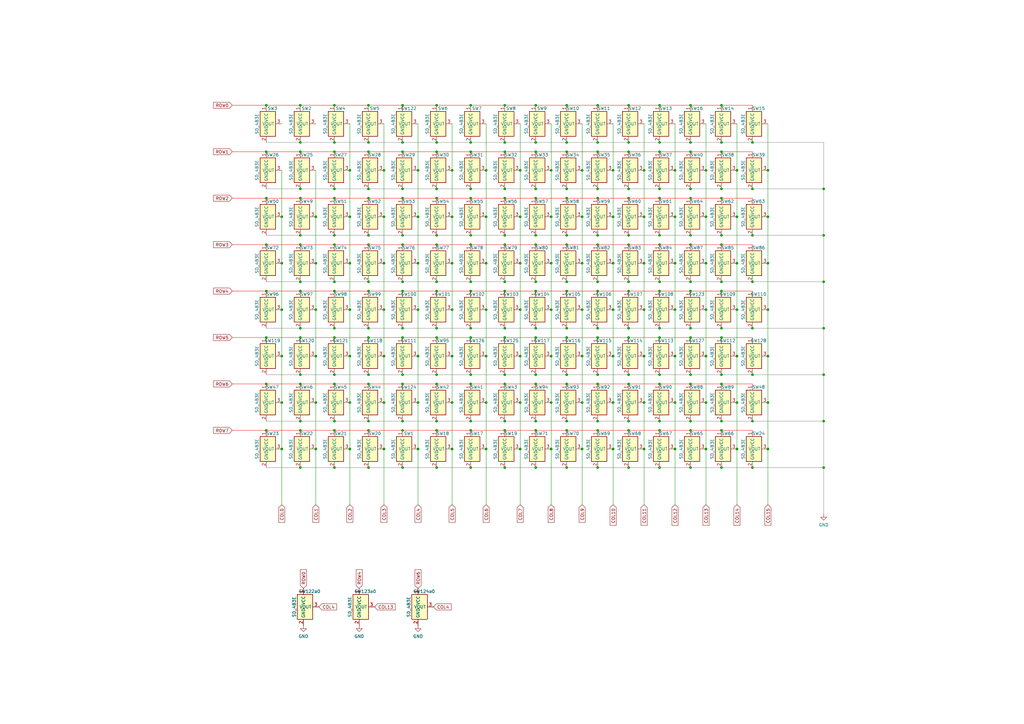
<source format=kicad_sch>
(kicad_sch (version 20211123) (generator eeschema)
  (paper "A3")
  (title_block (title "SD-16273 Keyboard PCB") (date "2022-05-14") (rev "1") (company "Micro Switch (a divison of Honeywell)"))
  (junction (at 308.61 134.62))
  (junction (at 193.04 58.42))
  (junction (at 129.54 88.9))
  (junction (at 257.81 176.53))
  (junction (at 245.11 176.53))
  (junction (at 137.16 134.62))
  (junction (at 276.86 69.85))
  (junction (at 314.96 69.85))
  (junction (at 151.13 100.33))
  (junction (at 283.21 138.43))
  (junction (at 232.41 176.53))
  (junction (at 137.16 62.23))
  (junction (at 283.21 77.47))
  (junction (at 137.16 172.72))
  (junction (at 232.41 172.72))
  (junction (at 137.16 138.43))
  (junction (at 151.13 43.18))
  (junction (at 123.19 153.67))
  (junction (at 179.07 191.77))
  (junction (at 314.96 184.15))
  (junction (at 151.13 62.23))
  (junction (at 185.42 107.95))
  (junction (at 270.51 115.57))
  (junction (at 151.13 191.77))
  (junction (at 238.76 184.15))
  (junction (at 302.26 69.85))
  (junction (at 143.51 127))
  (junction (at 171.45 107.95))
  (junction (at 226.06 146.05))
  (junction (at 165.1 115.57))
  (junction (at 109.22 62.23))
  (junction (at 157.48 165.1))
  (junction (at 115.57 88.9))
  (junction (at 257.81 134.62))
  (junction (at 207.01 153.67))
  (junction (at 179.07 172.72))
  (junction (at 295.91 58.42))
  (junction (at 302.26 165.1))
  (junction (at 219.71 77.47))
  (junction (at 283.21 115.57))
  (junction (at 207.01 77.47))
  (junction (at 270.51 43.18))
  (junction (at 123.19 62.23))
  (junction (at 137.16 81.28))
  (junction (at 143.51 69.85))
  (junction (at 283.21 176.53))
  (junction (at 270.51 191.77))
  (junction (at 314.96 146.05))
  (junction (at 295.91 119.38))
  (junction (at 157.48 127))
  (junction (at 238.76 127))
  (junction (at 264.16 69.85))
  (junction (at 137.16 58.42))
  (junction (at 295.91 100.33))
  (junction (at 207.01 191.77))
  (junction (at 199.39 88.9))
  (junction (at 257.81 77.47))
  (junction (at 129.54 127))
  (junction (at 245.11 138.43))
  (junction (at 308.61 191.77))
  (junction (at 179.07 58.42))
  (junction (at 109.22 157.48))
  (junction (at 257.81 43.18))
  (junction (at 137.16 77.47))
  (junction (at 171.45 165.1))
  (junction (at 257.81 62.23))
  (junction (at 257.81 138.43))
  (junction (at 337.82 134.62))
  (junction (at 151.13 176.53))
  (junction (at 193.04 62.23))
  (junction (at 123.19 119.38))
  (junction (at 226.06 165.1))
  (junction (at 251.46 69.85))
  (junction (at 165.1 62.23))
  (junction (at 295.91 62.23))
  (junction (at 165.1 58.42))
  (junction (at 219.71 134.62))
  (junction (at 193.04 77.47))
  (junction (at 308.61 96.52))
  (junction (at 257.81 58.42))
  (junction (at 283.21 134.62))
  (junction (at 207.01 115.57))
  (junction (at 193.04 176.53))
  (junction (at 165.1 77.47))
  (junction (at 270.51 157.48))
  (junction (at 171.45 184.15))
  (junction (at 193.04 100.33))
  (junction (at 245.11 81.28))
  (junction (at 251.46 184.15))
  (junction (at 123.19 176.53))
  (junction (at 283.21 119.38))
  (junction (at 226.06 88.9))
  (junction (at 302.26 146.05))
  (junction (at 207.01 134.62))
  (junction (at 276.86 184.15))
  (junction (at 245.11 157.48))
  (junction (at 283.21 62.23))
  (junction (at 308.61 153.67))
  (junction (at 179.07 43.18))
  (junction (at 270.51 138.43))
  (junction (at 232.41 81.28))
  (junction (at 245.11 62.23))
  (junction (at 213.36 184.15))
  (junction (at 179.07 96.52))
  (junction (at 179.07 153.67))
  (junction (at 123.19 191.77))
  (junction (at 283.21 172.72))
  (junction (at 193.04 157.48))
  (junction (at 123.19 138.43))
  (junction (at 295.91 43.18))
  (junction (at 123.19 77.47))
  (junction (at 179.07 81.28))
  (junction (at 283.21 43.18))
  (junction (at 143.51 165.1))
  (junction (at 219.71 115.57))
  (junction (at 165.1 43.18))
  (junction (at 129.54 107.95))
  (junction (at 193.04 153.67))
  (junction (at 109.22 138.43))
  (junction (at 193.04 134.62))
  (junction (at 219.71 157.48))
  (junction (at 179.07 134.62))
  (junction (at 289.56 146.05))
  (junction (at 207.01 138.43))
  (junction (at 238.76 69.85))
  (junction (at 226.06 127))
  (junction (at 264.16 107.95))
  (junction (at 245.11 191.77))
  (junction (at 276.86 165.1))
  (junction (at 257.81 172.72))
  (junction (at 219.71 81.28))
  (junction (at 165.1 138.43))
  (junction (at 123.19 172.72))
  (junction (at 185.42 88.9))
  (junction (at 257.81 100.33))
  (junction (at 245.11 115.57))
  (junction (at 314.96 165.1))
  (junction (at 207.01 172.72))
  (junction (at 219.71 43.18))
  (junction (at 137.16 100.33))
  (junction (at 109.22 119.38))
  (junction (at 283.21 100.33))
  (junction (at 123.19 58.42))
  (junction (at 295.91 138.43))
  (junction (at 199.39 184.15))
  (junction (at 151.13 153.67))
  (junction (at 123.19 43.18))
  (junction (at 264.16 88.9))
  (junction (at 245.11 43.18))
  (junction (at 232.41 77.47))
  (junction (at 337.82 115.57))
  (junction (at 179.07 100.33))
  (junction (at 232.41 43.18))
  (junction (at 257.81 115.57))
  (junction (at 179.07 62.23))
  (junction (at 207.01 100.33))
  (junction (at 232.41 58.42))
  (junction (at 289.56 69.85))
  (junction (at 165.1 172.72))
  (junction (at 151.13 77.47))
  (junction (at 283.21 58.42))
  (junction (at 219.71 119.38))
  (junction (at 143.51 107.95))
  (junction (at 232.41 153.67))
  (junction (at 226.06 184.15))
  (junction (at 109.22 81.28))
  (junction (at 245.11 77.47))
  (junction (at 238.76 146.05))
  (junction (at 289.56 165.1))
  (junction (at 123.19 96.52))
  (junction (at 109.22 176.53))
  (junction (at 219.71 62.23))
  (junction (at 193.04 96.52))
  (junction (at 123.19 100.33))
  (junction (at 179.07 138.43))
  (junction (at 165.1 176.53))
  (junction (at 193.04 138.43))
  (junction (at 179.07 115.57))
  (junction (at 257.81 157.48))
  (junction (at 314.96 107.95))
  (junction (at 295.91 77.47))
  (junction (at 199.39 127))
  (junction (at 302.26 184.15))
  (junction (at 276.86 107.95))
  (junction (at 137.16 153.67))
  (junction (at 115.57 184.15))
  (junction (at 270.51 153.67))
  (junction (at 264.16 184.15))
  (junction (at 165.1 81.28))
  (junction (at 207.01 176.53))
  (junction (at 232.41 96.52))
  (junction (at 245.11 96.52))
  (junction (at 151.13 115.57))
  (junction (at 207.01 157.48))
  (junction (at 238.76 88.9))
  (junction (at 219.71 100.33))
  (junction (at 143.51 88.9))
  (junction (at 207.01 43.18))
  (junction (at 238.76 107.95))
  (junction (at 185.42 184.15))
  (junction (at 264.16 165.1))
  (junction (at 226.06 69.85))
  (junction (at 129.54 146.05))
  (junction (at 276.86 127))
  (junction (at 226.06 107.95))
  (junction (at 157.48 107.95))
  (junction (at 165.1 100.33))
  (junction (at 270.51 62.23))
  (junction (at 308.61 77.47))
  (junction (at 193.04 172.72))
  (junction (at 270.51 176.53))
  (junction (at 337.82 172.72))
  (junction (at 171.45 127))
  (junction (at 270.51 58.42))
  (junction (at 295.91 134.62))
  (junction (at 123.19 115.57))
  (junction (at 129.54 184.15))
  (junction (at 232.41 115.57))
  (junction (at 337.82 153.67))
  (junction (at 193.04 119.38))
  (junction (at 295.91 115.57))
  (junction (at 165.1 119.38))
  (junction (at 270.51 100.33))
  (junction (at 283.21 96.52))
  (junction (at 283.21 157.48))
  (junction (at 137.16 43.18))
  (junction (at 314.96 127))
  (junction (at 295.91 157.48))
  (junction (at 257.81 81.28))
  (junction (at 270.51 172.72))
  (junction (at 295.91 172.72))
  (junction (at 264.16 127))
  (junction (at 123.19 134.62))
  (junction (at 219.71 58.42))
  (junction (at 157.48 146.05))
  (junction (at 179.07 157.48))
  (junction (at 185.42 127))
  (junction (at 179.07 119.38))
  (junction (at 137.16 96.52))
  (junction (at 207.01 81.28))
  (junction (at 251.46 107.95))
  (junction (at 219.71 172.72))
  (junction (at 143.51 146.05))
  (junction (at 308.61 115.57))
  (junction (at 185.42 165.1))
  (junction (at 308.61 172.72))
  (junction (at 193.04 191.77))
  (junction (at 199.39 69.85))
  (junction (at 295.91 81.28))
  (junction (at 219.71 138.43))
  (junction (at 314.96 88.9))
  (junction (at 213.36 165.1))
  (junction (at 289.56 88.9))
  (junction (at 171.45 88.9))
  (junction (at 219.71 153.67))
  (junction (at 213.36 88.9))
  (junction (at 213.36 146.05))
  (junction (at 270.51 134.62))
  (junction (at 337.82 77.47))
  (junction (at 137.16 115.57))
  (junction (at 165.1 153.67))
  (junction (at 137.16 157.48))
  (junction (at 232.41 62.23))
  (junction (at 289.56 107.95))
  (junction (at 257.81 96.52))
  (junction (at 115.57 107.95))
  (junction (at 276.86 88.9))
  (junction (at 270.51 81.28))
  (junction (at 251.46 165.1))
  (junction (at 270.51 119.38))
  (junction (at 245.11 100.33))
  (junction (at 264.16 146.05))
  (junction (at 151.13 58.42))
  (junction (at 207.01 119.38))
  (junction (at 219.71 176.53))
  (junction (at 193.04 43.18))
  (junction (at 199.39 146.05))
  (junction (at 219.71 191.77))
  (junction (at 143.51 184.15))
  (junction (at 179.07 176.53))
  (junction (at 151.13 96.52))
  (junction (at 283.21 153.67))
  (junction (at 213.36 127))
  (junction (at 213.36 69.85))
  (junction (at 207.01 62.23))
  (junction (at 165.1 134.62))
  (junction (at 151.13 81.28))
  (junction (at 199.39 165.1))
  (junction (at 245.11 58.42))
  (junction (at 295.91 176.53))
  (junction (at 295.91 191.77))
  (junction (at 238.76 165.1))
  (junction (at 165.1 191.77))
  (junction (at 171.45 69.85))
  (junction (at 337.82 191.77))
  (junction (at 179.07 77.47))
  (junction (at 109.22 100.33))
  (junction (at 302.26 127))
  (junction (at 232.41 100.33))
  (junction (at 165.1 157.48))
  (junction (at 123.19 157.48))
  (junction (at 251.46 146.05))
  (junction (at 151.13 138.43))
  (junction (at 337.82 96.52))
  (junction (at 193.04 115.57))
  (junction (at 207.01 96.52))
  (junction (at 232.41 191.77))
  (junction (at 232.41 138.43))
  (junction (at 137.16 191.77))
  (junction (at 302.26 107.95))
  (junction (at 251.46 88.9))
  (junction (at 151.13 157.48))
  (junction (at 129.54 165.1))
  (junction (at 270.51 77.47))
  (junction (at 213.36 107.95))
  (junction (at 157.48 88.9))
  (junction (at 283.21 191.77))
  (junction (at 257.81 191.77))
  (junction (at 115.57 165.1))
  (junction (at 270.51 96.52))
  (junction (at 276.86 146.05))
  (junction (at 245.11 153.67))
  (junction (at 251.46 127))
  (junction (at 295.91 96.52))
  (junction (at 257.81 119.38))
  (junction (at 157.48 184.15))
  (junction (at 171.45 146.05))
  (junction (at 232.41 134.62))
  (junction (at 199.39 107.95))
  (junction (at 232.41 157.48))
  (junction (at 257.81 153.67))
  (junction (at 245.11 172.72))
  (junction (at 157.48 69.85))
  (junction (at 289.56 127))
  (junction (at 283.21 81.28))
  (junction (at 185.42 146.05))
  (junction (at 137.16 176.53))
  (junction (at 151.13 172.72))
  (junction (at 289.56 184.15))
  (junction (at 151.13 119.38))
  (junction (at 232.41 119.38))
  (junction (at 137.16 119.38))
  (junction (at 185.42 69.85))
  (junction (at 245.11 134.62))
  (junction (at 115.57 127))
  (junction (at 308.61 58.42))
  (junction (at 123.19 81.28))
  (junction (at 193.04 81.28))
  (junction (at 207.01 58.42))
  (junction (at 219.71 96.52))
  (junction (at 151.13 134.62))
  (junction (at 115.57 146.05))
  (junction (at 302.26 88.9))
  (junction (at 295.91 153.67))
  (junction (at 245.11 119.38))
  (junction (at 109.22 43.18))
  (junction (at 165.1 96.52))
  (wire (pts (xy 302.26 184.15) (xy 302.26 207.01)))
  (wire (pts (xy 165.1 58.42) (xy 179.07 58.42)) (stroke (width 0) (color 132 132 132 1)))
  (wire (pts (xy 295.91 115.57) (xy 308.61 115.57)) (stroke (width 0) (color 132 132 132 1)))
  (wire (pts (xy 137.16 58.42) (xy 151.13 58.42)) (stroke (width 0) (color 132 132 132 1)))
  (wire (pts (xy 115.57 69.85) (xy 115.57 88.9)))
  (wire (pts (xy 302.26 88.9) (xy 302.26 107.95)))
  (wire (pts (xy 193.04 153.67) (xy 207.01 153.67)) (stroke (width 0) (color 132 132 132 1)))
  (wire (pts (xy 238.76 88.9) (xy 238.76 107.95)))
  (wire (pts (xy 143.51 146.05) (xy 143.51 165.1)))
  (wire (pts (xy 95.25 176.53) (xy 109.22 176.53)) (stroke (width 0) (color 255 0 0 1)))
  (wire (pts (xy 151.13 58.42) (xy 165.1 58.42)) (stroke (width 0) (color 132 132 132 1)))
  (wire (pts (xy 283.21 153.67) (xy 295.91 153.67)) (stroke (width 0) (color 132 132 132 1)))
  (wire (pts (xy 295.91 153.67) (xy 308.61 153.67)) (stroke (width 0) (color 132 132 132 1)))
  (wire (pts (xy 245.11 43.18) (xy 257.81 43.18)) (stroke (width 0) (color 255 0 0 1)))
  (wire (pts (xy 129.54 146.05) (xy 129.54 165.1)))
  (wire (pts (xy 165.1 115.57) (xy 179.07 115.57)) (stroke (width 0) (color 132 132 132 1)))
  (wire (pts (xy 185.42 50.8) (xy 185.42 69.85)))
  (wire (pts (xy 95.25 157.48) (xy 109.22 157.48)) (stroke (width 0) (color 255 0 0 1)))
  (wire (pts (xy 245.11 100.33) (xy 257.81 100.33)) (stroke (width 0) (color 255 0 0 1)))
  (wire (pts (xy 109.22 81.28) (xy 123.19 81.28)) (stroke (width 0) (color 255 0 0 1)))
  (wire (pts (xy 137.16 100.33) (xy 151.13 100.33)) (stroke (width 0) (color 255 0 0 1)))
  (wire (pts (xy 232.41 100.33) (xy 245.11 100.33)) (stroke (width 0) (color 255 0 0 1)))
  (wire (pts (xy 232.41 138.43) (xy 245.11 138.43)) (stroke (width 0) (color 255 0 0 1)))
  (wire (pts (xy 129.54 184.15) (xy 129.54 207.01)))
  (wire (pts (xy 257.81 176.53) (xy 270.51 176.53)) (stroke (width 0) (color 255 0 0 1)))
  (wire (pts (xy 264.16 184.15) (xy 264.16 207.01)))
  (wire (pts (xy 213.36 127) (xy 213.36 146.05)))
  (wire (pts (xy 109.22 157.48) (xy 123.19 157.48)) (stroke (width 0) (color 255 0 0 1)))
  (wire (pts (xy 207.01 138.43) (xy 219.71 138.43)) (stroke (width 0) (color 255 0 0 1)))
  (wire (pts (xy 245.11 58.42) (xy 257.81 58.42)) (stroke (width 0) (color 132 132 132 1)))
  (wire (pts (xy 264.16 127) (xy 264.16 146.05)))
  (wire (pts (xy 219.71 100.33) (xy 232.41 100.33)) (stroke (width 0) (color 255 0 0 1)))
  (wire (pts (xy 219.71 191.77) (xy 232.41 191.77)) (stroke (width 0) (color 132 132 132 1)))
  (wire (pts (xy 283.21 172.72) (xy 295.91 172.72)) (stroke (width 0) (color 132 132 132 1)))
  (wire (pts (xy 207.01 58.42) (xy 219.71 58.42)) (stroke (width 0) (color 132 132 132 1)))
  (wire (pts (xy 129.54 107.95) (xy 129.54 127)))
  (wire (pts (xy 295.91 191.77) (xy 308.61 191.77)) (stroke (width 0) (color 132 132 132 1)))
  (wire (pts (xy 219.71 77.47) (xy 232.41 77.47)) (stroke (width 0) (color 132 132 132 1)))
  (wire (pts (xy 283.21 77.47) (xy 295.91 77.47)) (stroke (width 0) (color 132 132 132 1)))
  (wire (pts (xy 179.07 77.47) (xy 193.04 77.47)) (stroke (width 0) (color 132 132 132 1)))
  (wire (pts (xy 143.51 165.1) (xy 143.51 184.15)))
  (wire (pts (xy 226.06 69.85) (xy 226.06 88.9)))
  (wire (pts (xy 123.19 134.62) (xy 137.16 134.62)) (stroke (width 0) (color 132 132 132 1)))
  (wire (pts (xy 207.01 77.47) (xy 219.71 77.47)) (stroke (width 0) (color 132 132 132 1)))
  (wire (pts (xy 283.21 119.38) (xy 295.91 119.38)) (stroke (width 0) (color 255 0 0 1)))
  (wire (pts (xy 179.07 43.18) (xy 193.04 43.18)) (stroke (width 0) (color 255 0 0 1)))
  (wire (pts (xy 199.39 184.15) (xy 199.39 207.01)))
  (wire (pts (xy 123.19 43.18) (xy 137.16 43.18)) (stroke (width 0) (color 255 0 0 1)))
  (wire (pts (xy 179.07 96.52) (xy 193.04 96.52)) (stroke (width 0) (color 132 132 132 1)))
  (wire (pts (xy 171.45 88.9) (xy 171.45 107.95)))
  (wire (pts (xy 245.11 138.43) (xy 257.81 138.43)) (stroke (width 0) (color 255 0 0 1)))
  (wire (pts (xy 179.07 100.33) (xy 193.04 100.33)) (stroke (width 0) (color 255 0 0 1)))
  (wire (pts (xy 123.19 58.42) (xy 137.16 58.42)) (stroke (width 0) (color 132 132 132 1)))
  (wire (pts (xy 207.01 134.62) (xy 219.71 134.62)) (stroke (width 0) (color 132 132 132 1)))
  (wire (pts (xy 137.16 96.52) (xy 151.13 96.52)) (stroke (width 0) (color 132 132 132 1)))
  (wire (pts (xy 257.81 157.48) (xy 270.51 157.48)) (stroke (width 0) (color 255 0 0 1)))
  (wire (pts (xy 179.07 134.62) (xy 193.04 134.62)) (stroke (width 0) (color 132 132 132 1)))
  (wire (pts (xy 165.1 157.48) (xy 179.07 157.48)) (stroke (width 0) (color 255 0 0 1)))
  (wire (pts (xy 270.51 58.42) (xy 283.21 58.42)) (stroke (width 0) (color 132 132 132 1)))
  (wire (pts (xy 137.16 81.28) (xy 151.13 81.28)) (stroke (width 0) (color 255 0 0 1)))
  (wire (pts (xy 251.46 88.9) (xy 251.46 107.95)))
  (wire (pts (xy 264.16 146.05) (xy 264.16 165.1)))
  (wire (pts (xy 199.39 165.1) (xy 199.39 184.15)))
  (wire (pts (xy 213.36 107.95) (xy 213.36 127)))
  (wire (pts (xy 115.57 127) (xy 115.57 146.05)))
  (wire (pts (xy 109.22 43.18) (xy 123.19 43.18)) (stroke (width 0) (color 255 0 0 1)))
  (wire (pts (xy 151.13 119.38) (xy 165.1 119.38)) (stroke (width 0) (color 255 0 0 1)))
  (wire (pts (xy 193.04 134.62) (xy 207.01 134.62)) (stroke (width 0) (color 132 132 132 1)))
  (wire (pts (xy 115.57 88.9) (xy 115.57 107.95)))
  (wire (pts (xy 109.22 62.23) (xy 123.19 62.23)) (stroke (width 0) (color 255 0 0 1)))
  (wire (pts (xy 109.22 191.77) (xy 123.19 191.77)) (stroke (width 0) (color 132 132 132 1)))
  (wire (pts (xy 264.16 50.8) (xy 264.16 69.85)))
  (wire (pts (xy 245.11 153.67) (xy 257.81 153.67)) (stroke (width 0) (color 132 132 132 1)))
  (wire (pts (xy 257.81 62.23) (xy 270.51 62.23)) (stroke (width 0) (color 255 0 0 1)))
  (wire (pts (xy 245.11 134.62) (xy 257.81 134.62)) (stroke (width 0) (color 132 132 132 1)))
  (wire (pts (xy 251.46 127) (xy 251.46 146.05)))
  (wire (pts (xy 109.22 138.43) (xy 123.19 138.43)) (stroke (width 0) (color 255 0 0 1)))
  (wire (pts (xy 95.25 138.43) (xy 109.22 138.43)) (stroke (width 0) (color 255 0 0 1)))
  (wire (pts (xy 337.82 115.57) (xy 337.82 134.62)) (stroke (width 0) (color 132 132 132 1)))
  (wire (pts (xy 143.51 50.8) (xy 143.51 69.85)))
  (wire (pts (xy 171.45 50.8) (xy 171.45 69.85)))
  (wire (pts (xy 179.07 191.77) (xy 193.04 191.77)) (stroke (width 0) (color 132 132 132 1)))
  (wire (pts (xy 245.11 81.28) (xy 257.81 81.28)) (stroke (width 0) (color 255 0 0 1)))
  (wire (pts (xy 157.48 50.8) (xy 157.48 69.85)))
  (wire (pts (xy 257.81 58.42) (xy 270.51 58.42)) (stroke (width 0) (color 132 132 132 1)))
  (wire (pts (xy 245.11 77.47) (xy 257.81 77.47)) (stroke (width 0) (color 132 132 132 1)))
  (wire (pts (xy 245.11 191.77) (xy 257.81 191.77)) (stroke (width 0) (color 132 132 132 1)))
  (wire (pts (xy 193.04 172.72) (xy 207.01 172.72)) (stroke (width 0) (color 132 132 132 1)))
  (wire (pts (xy 295.91 134.62) (xy 308.61 134.62)) (stroke (width 0) (color 132 132 132 1)))
  (wire (pts (xy 283.21 96.52) (xy 295.91 96.52)) (stroke (width 0) (color 132 132 132 1)))
  (wire (pts (xy 289.56 107.95) (xy 289.56 127)))
  (wire (pts (xy 157.48 69.85) (xy 157.48 88.9)))
  (wire (pts (xy 270.51 119.38) (xy 283.21 119.38)) (stroke (width 0) (color 255 0 0 1)))
  (wire (pts (xy 193.04 100.33) (xy 207.01 100.33)) (stroke (width 0) (color 255 0 0 1)))
  (wire (pts (xy 257.81 153.67) (xy 270.51 153.67)) (stroke (width 0) (color 132 132 132 1)))
  (wire (pts (xy 270.51 43.18) (xy 283.21 43.18)) (stroke (width 0) (color 255 0 0 1)))
  (wire (pts (xy 207.01 62.23) (xy 219.71 62.23)) (stroke (width 0) (color 255 0 0 1)))
  (wire (pts (xy 165.1 191.77) (xy 179.07 191.77)) (stroke (width 0) (color 132 132 132 1)))
  (wire (pts (xy 185.42 165.1) (xy 185.42 184.15)))
  (wire (pts (xy 95.25 62.23) (xy 109.22 62.23)) (stroke (width 0) (color 255 0 0 1)))
  (wire (pts (xy 314.96 127) (xy 314.96 146.05)))
  (wire (pts (xy 226.06 165.1) (xy 226.06 184.15)))
  (wire (pts (xy 314.96 165.1) (xy 314.96 184.15)))
  (wire (pts (xy 283.21 191.77) (xy 295.91 191.77)) (stroke (width 0) (color 132 132 132 1)))
  (wire (pts (xy 270.51 115.57) (xy 283.21 115.57)) (stroke (width 0) (color 132 132 132 1)))
  (wire (pts (xy 270.51 62.23) (xy 283.21 62.23)) (stroke (width 0) (color 255 0 0 1)))
  (wire (pts (xy 302.26 50.8) (xy 302.26 69.85)))
  (wire (pts (xy 219.71 81.28) (xy 232.41 81.28)) (stroke (width 0) (color 255 0 0 1)))
  (wire (pts (xy 295.91 157.48) (xy 308.61 157.48)) (stroke (width 0) (color 255 0 0 1)))
  (wire (pts (xy 179.07 138.43) (xy 193.04 138.43)) (stroke (width 0) (color 255 0 0 1)))
  (wire (pts (xy 314.96 88.9) (xy 314.96 107.95)))
  (wire (pts (xy 238.76 127) (xy 238.76 146.05)))
  (wire (pts (xy 185.42 184.15) (xy 185.42 207.01)))
  (wire (pts (xy 314.96 50.8) (xy 314.96 69.85)))
  (wire (pts (xy 171.45 184.15) (xy 171.45 207.01)))
  (wire (pts (xy 270.51 100.33) (xy 283.21 100.33)) (stroke (width 0) (color 255 0 0 1)))
  (wire (pts (xy 302.26 127) (xy 302.26 146.05)))
  (wire (pts (xy 337.82 134.62) (xy 337.82 153.67)) (stroke (width 0) (color 132 132 132 1)))
  (wire (pts (xy 151.13 100.33) (xy 165.1 100.33)) (stroke (width 0) (color 255 0 0 1)))
  (wire (pts (xy 289.56 88.9) (xy 289.56 107.95)))
  (wire (pts (xy 137.16 153.67) (xy 151.13 153.67)) (stroke (width 0) (color 132 132 132 1)))
  (wire (pts (xy 137.16 138.43) (xy 151.13 138.43)) (stroke (width 0) (color 255 0 0 1)))
  (wire (pts (xy 115.57 165.1) (xy 115.57 184.15)))
  (wire (pts (xy 123.19 77.47) (xy 137.16 77.47)) (stroke (width 0) (color 132 132 132 1)))
  (wire (pts (xy 283.21 115.57) (xy 295.91 115.57)) (stroke (width 0) (color 132 132 132 1)))
  (wire (pts (xy 283.21 58.42) (xy 295.91 58.42)) (stroke (width 0) (color 132 132 132 1)))
  (wire (pts (xy 185.42 146.05) (xy 185.42 165.1)))
  (wire (pts (xy 109.22 77.47) (xy 123.19 77.47)) (stroke (width 0) (color 132 132 132 1)))
  (wire (pts (xy 137.16 176.53) (xy 151.13 176.53)) (stroke (width 0) (color 255 0 0 1)))
  (wire (pts (xy 165.1 119.38) (xy 179.07 119.38)) (stroke (width 0) (color 255 0 0 1)))
  (wire (pts (xy 179.07 81.28) (xy 193.04 81.28)) (stroke (width 0) (color 255 0 0 1)))
  (wire (pts (xy 185.42 127) (xy 185.42 146.05)))
  (wire (pts (xy 314.96 107.95) (xy 314.96 127)))
  (wire (pts (xy 283.21 62.23) (xy 295.91 62.23)) (stroke (width 0) (color 255 0 0 1)))
  (wire (pts (xy 179.07 157.48) (xy 193.04 157.48)) (stroke (width 0) (color 255 0 0 1)))
  (wire (pts (xy 270.51 77.47) (xy 283.21 77.47)) (stroke (width 0) (color 132 132 132 1)))
  (wire (pts (xy 308.61 58.42) (xy 337.82 58.42)) (stroke (width 0) (color 132 132 132 1)))
  (wire (pts (xy 207.01 157.48) (xy 219.71 157.48)) (stroke (width 0) (color 255 0 0 1)))
  (wire (pts (xy 199.39 107.95) (xy 199.39 127)))
  (wire (pts (xy 283.21 100.33) (xy 295.91 100.33)) (stroke (width 0) (color 255 0 0 1)))
  (wire (pts (xy 137.16 77.47) (xy 151.13 77.47)) (stroke (width 0) (color 132 132 132 1)))
  (wire (pts (xy 276.86 69.85) (xy 276.86 88.9)))
  (wire (pts (xy 295.91 96.52) (xy 308.61 96.52)) (stroke (width 0) (color 132 132 132 1)))
  (wire (pts (xy 143.51 69.85) (xy 143.51 88.9)))
  (wire (pts (xy 337.82 96.52) (xy 337.82 115.57)) (stroke (width 0) (color 132 132 132 1)))
  (wire (pts (xy 109.22 153.67) (xy 123.19 153.67)) (stroke (width 0) (color 132 132 132 1)))
  (wire (pts (xy 270.51 176.53) (xy 283.21 176.53)) (stroke (width 0) (color 255 0 0 1)))
  (wire (pts (xy 151.13 191.77) (xy 165.1 191.77)) (stroke (width 0) (color 132 132 132 1)))
  (wire (pts (xy 270.51 157.48) (xy 283.21 157.48)) (stroke (width 0) (color 255 0 0 1)))
  (wire (pts (xy 151.13 176.53) (xy 165.1 176.53)) (stroke (width 0) (color 255 0 0 1)))
  (wire (pts (xy 283.21 43.18) (xy 295.91 43.18)) (stroke (width 0) (color 255 0 0 1)))
  (wire (pts (xy 123.19 172.72) (xy 137.16 172.72)) (stroke (width 0) (color 132 132 132 1)))
  (wire (pts (xy 337.82 153.67) (xy 337.82 172.72)) (stroke (width 0) (color 132 132 132 1)))
  (wire (pts (xy 213.36 88.9) (xy 213.36 107.95)))
  (wire (pts (xy 283.21 134.62) (xy 295.91 134.62)) (stroke (width 0) (color 132 132 132 1)))
  (wire (pts (xy 251.46 165.1) (xy 251.46 184.15)))
  (wire (pts (xy 171.45 69.85) (xy 171.45 88.9)))
  (wire (pts (xy 123.19 62.23) (xy 137.16 62.23)) (stroke (width 0) (color 255 0 0 1)))
  (wire (pts (xy 289.56 184.15) (xy 289.56 207.01)))
  (wire (pts (xy 199.39 146.05) (xy 199.39 165.1)))
  (wire (pts (xy 245.11 176.53) (xy 257.81 176.53)) (stroke (width 0) (color 255 0 0 1)))
  (wire (pts (xy 232.41 96.52) (xy 245.11 96.52)) (stroke (width 0) (color 132 132 132 1)))
  (wire (pts (xy 270.51 81.28) (xy 283.21 81.28)) (stroke (width 0) (color 255 0 0 1)))
  (wire (pts (xy 207.01 115.57) (xy 219.71 115.57)) (stroke (width 0) (color 132 132 132 1)))
  (wire (pts (xy 289.56 69.85) (xy 289.56 88.9)))
  (wire (pts (xy 219.71 153.67) (xy 232.41 153.67)) (stroke (width 0) (color 132 132 132 1)))
  (wire (pts (xy 276.86 88.9) (xy 276.86 107.95)))
  (wire (pts (xy 137.16 134.62) (xy 151.13 134.62)) (stroke (width 0) (color 132 132 132 1)))
  (wire (pts (xy 193.04 81.28) (xy 207.01 81.28)) (stroke (width 0) (color 255 0 0 1)))
  (wire (pts (xy 257.81 172.72) (xy 270.51 172.72)) (stroke (width 0) (color 132 132 132 1)))
  (wire (pts (xy 276.86 107.95) (xy 276.86 127)))
  (wire (pts (xy 165.1 176.53) (xy 179.07 176.53)) (stroke (width 0) (color 255 0 0 1)))
  (wire (pts (xy 257.81 119.38) (xy 270.51 119.38)) (stroke (width 0) (color 255 0 0 1)))
  (wire (pts (xy 165.1 96.52) (xy 179.07 96.52)) (stroke (width 0) (color 132 132 132 1)))
  (wire (pts (xy 137.16 62.23) (xy 151.13 62.23)) (stroke (width 0) (color 255 0 0 1)))
  (wire (pts (xy 295.91 138.43) (xy 308.61 138.43)) (stroke (width 0) (color 255 0 0 1)))
  (wire (pts (xy 270.51 134.62) (xy 283.21 134.62)) (stroke (width 0) (color 132 132 132 1)))
  (wire (pts (xy 295.91 81.28) (xy 308.61 81.28)) (stroke (width 0) (color 255 0 0 1)))
  (wire (pts (xy 295.91 172.72) (xy 308.61 172.72)) (stroke (width 0) (color 132 132 132 1)))
  (wire (pts (xy 115.57 184.15) (xy 115.57 207.01)))
  (wire (pts (xy 165.1 77.47) (xy 179.07 77.47)) (stroke (width 0) (color 132 132 132 1)))
  (wire (pts (xy 219.71 172.72) (xy 232.41 172.72)) (stroke (width 0) (color 132 132 132 1)))
  (wire (pts (xy 257.81 81.28) (xy 270.51 81.28)) (stroke (width 0) (color 255 0 0 1)))
  (wire (pts (xy 232.41 58.42) (xy 245.11 58.42)) (stroke (width 0) (color 132 132 132 1)))
  (wire (pts (xy 213.36 165.1) (xy 213.36 184.15)))
  (wire (pts (xy 270.51 191.77) (xy 283.21 191.77)) (stroke (width 0) (color 132 132 132 1)))
  (wire (pts (xy 95.25 81.28) (xy 109.22 81.28)) (stroke (width 0) (color 255 0 0 1)))
  (wire (pts (xy 207.01 153.67) (xy 219.71 153.67)) (stroke (width 0) (color 132 132 132 1)))
  (wire (pts (xy 276.86 146.05) (xy 276.86 165.1)))
  (wire (pts (xy 193.04 77.47) (xy 207.01 77.47)) (stroke (width 0) (color 132 132 132 1)))
  (wire (pts (xy 276.86 184.15) (xy 276.86 207.01)))
  (wire (pts (xy 289.56 127) (xy 289.56 146.05)))
  (wire (pts (xy 257.81 100.33) (xy 270.51 100.33)) (stroke (width 0) (color 255 0 0 1)))
  (wire (pts (xy 314.96 69.85) (xy 314.96 88.9)))
  (wire (pts (xy 143.51 88.9) (xy 143.51 107.95)))
  (wire (pts (xy 245.11 172.72) (xy 257.81 172.72)) (stroke (width 0) (color 132 132 132 1)))
  (wire (pts (xy 185.42 88.9) (xy 185.42 107.95)))
  (wire (pts (xy 185.42 107.95) (xy 185.42 127)))
  (wire (pts (xy 232.41 43.18) (xy 245.11 43.18)) (stroke (width 0) (color 255 0 0 1)))
  (wire (pts (xy 207.01 176.53) (xy 219.71 176.53)) (stroke (width 0) (color 255 0 0 1)))
  (wire (pts (xy 251.46 184.15) (xy 251.46 207.01)))
  (wire (pts (xy 199.39 69.85) (xy 199.39 88.9)))
  (wire (pts (xy 308.61 172.72) (xy 337.82 172.72)) (stroke (width 0) (color 132 132 132 1)))
  (wire (pts (xy 295.91 77.47) (xy 308.61 77.47)) (stroke (width 0) (color 132 132 132 1)))
  (wire (pts (xy 157.48 184.15) (xy 157.48 207.01)))
  (wire (pts (xy 219.71 43.18) (xy 232.41 43.18)) (stroke (width 0) (color 255 0 0 1)))
  (wire (pts (xy 199.39 88.9) (xy 199.39 107.95)))
  (wire (pts (xy 302.26 69.85) (xy 302.26 88.9)))
  (wire (pts (xy 157.48 127) (xy 157.48 146.05)))
  (wire (pts (xy 226.06 146.05) (xy 226.06 165.1)))
  (wire (pts (xy 251.46 69.85) (xy 251.46 88.9)))
  (wire (pts (xy 123.19 81.28) (xy 137.16 81.28)) (stroke (width 0) (color 255 0 0 1)))
  (wire (pts (xy 226.06 88.9) (xy 226.06 107.95)))
  (wire (pts (xy 232.41 157.48) (xy 245.11 157.48)) (stroke (width 0) (color 255 0 0 1)))
  (wire (pts (xy 165.1 134.62) (xy 179.07 134.62)) (stroke (width 0) (color 132 132 132 1)))
  (wire (pts (xy 213.36 146.05) (xy 213.36 165.1)))
  (wire (pts (xy 276.86 50.8) (xy 276.86 69.85)))
  (wire (pts (xy 179.07 62.23) (xy 193.04 62.23)) (stroke (width 0) (color 255 0 0 1)))
  (wire (pts (xy 143.51 127) (xy 143.51 146.05)))
  (wire (pts (xy 193.04 138.43) (xy 207.01 138.43)) (stroke (width 0) (color 255 0 0 1)))
  (wire (pts (xy 302.26 107.95) (xy 302.26 127)))
  (wire (pts (xy 276.86 127) (xy 276.86 146.05)))
  (wire (pts (xy 193.04 119.38) (xy 207.01 119.38)) (stroke (width 0) (color 255 0 0 1)))
  (wire (pts (xy 193.04 96.52) (xy 207.01 96.52)) (stroke (width 0) (color 132 132 132 1)))
  (wire (pts (xy 232.41 134.62) (xy 245.11 134.62)) (stroke (width 0) (color 132 132 132 1)))
  (wire (pts (xy 226.06 184.15) (xy 226.06 207.01)))
  (wire (pts (xy 207.01 172.72) (xy 219.71 172.72)) (stroke (width 0) (color 132 132 132 1)))
  (wire (pts (xy 123.19 138.43) (xy 137.16 138.43)) (stroke (width 0) (color 255 0 0 1)))
  (wire (pts (xy 109.22 115.57) (xy 123.19 115.57)) (stroke (width 0) (color 132 132 132 1)))
  (wire (pts (xy 109.22 176.53) (xy 123.19 176.53)) (stroke (width 0) (color 255 0 0 1)))
  (wire (pts (xy 232.41 115.57) (xy 245.11 115.57)) (stroke (width 0) (color 132 132 132 1)))
  (wire (pts (xy 270.51 172.72) (xy 283.21 172.72)) (stroke (width 0) (color 132 132 132 1)))
  (wire (pts (xy 207.01 119.38) (xy 219.71 119.38)) (stroke (width 0) (color 255 0 0 1)))
  (wire (pts (xy 219.71 134.62) (xy 232.41 134.62)) (stroke (width 0) (color 132 132 132 1)))
  (wire (pts (xy 143.51 184.15) (xy 143.51 207.01)))
  (wire (pts (xy 157.48 107.95) (xy 157.48 127)))
  (wire (pts (xy 283.21 176.53) (xy 295.91 176.53)) (stroke (width 0) (color 255 0 0 1)))
  (wire (pts (xy 157.48 165.1) (xy 157.48 184.15)))
  (wire (pts (xy 171.45 146.05) (xy 171.45 165.1)))
  (wire (pts (xy 308.61 134.62) (xy 337.82 134.62)) (stroke (width 0) (color 132 132 132 1)))
  (wire (pts (xy 302.26 146.05) (xy 302.26 165.1)))
  (wire (pts (xy 289.56 165.1) (xy 289.56 184.15)))
  (wire (pts (xy 226.06 107.95) (xy 226.06 127)))
  (wire (pts (xy 123.19 191.77) (xy 137.16 191.77)) (stroke (width 0) (color 132 132 132 1)))
  (wire (pts (xy 308.61 77.47) (xy 337.82 77.47)) (stroke (width 0) (color 132 132 132 1)))
  (wire (pts (xy 137.16 119.38) (xy 151.13 119.38)) (stroke (width 0) (color 255 0 0 1)))
  (wire (pts (xy 302.26 165.1) (xy 302.26 184.15)))
  (wire (pts (xy 151.13 134.62) (xy 165.1 134.62)) (stroke (width 0) (color 132 132 132 1)))
  (wire (pts (xy 109.22 58.42) (xy 123.19 58.42)) (stroke (width 0) (color 132 132 132 1)))
  (wire (pts (xy 95.25 43.18) (xy 109.22 43.18)) (stroke (width 0) (color 255 0 0 1)))
  (wire (pts (xy 137.16 43.18) (xy 151.13 43.18)) (stroke (width 0) (color 255 0 0 1)))
  (wire (pts (xy 95.25 119.38) (xy 109.22 119.38)) (stroke (width 0) (color 255 0 0 1)))
  (wire (pts (xy 207.01 81.28) (xy 219.71 81.28)) (stroke (width 0) (color 255 0 0 1)))
  (wire (pts (xy 257.81 96.52) (xy 270.51 96.52)) (stroke (width 0) (color 132 132 132 1)))
  (wire (pts (xy 193.04 115.57) (xy 207.01 115.57)) (stroke (width 0) (color 132 132 132 1)))
  (wire (pts (xy 193.04 191.77) (xy 207.01 191.77)) (stroke (width 0) (color 132 132 132 1)))
  (wire (pts (xy 171.45 107.95) (xy 171.45 127)))
  (wire (pts (xy 165.1 100.33) (xy 179.07 100.33)) (stroke (width 0) (color 255 0 0 1)))
  (wire (pts (xy 295.91 62.23) (xy 308.61 62.23)) (stroke (width 0) (color 255 0 0 1)))
  (wire (pts (xy 295.91 176.53) (xy 308.61 176.53)) (stroke (width 0) (color 255 0 0 1)))
  (wire (pts (xy 283.21 138.43) (xy 295.91 138.43)) (stroke (width 0) (color 255 0 0 1)))
  (wire (pts (xy 171.45 127) (xy 171.45 146.05)))
  (wire (pts (xy 129.54 127) (xy 129.54 146.05)))
  (wire (pts (xy 143.51 107.95) (xy 143.51 127)))
  (wire (pts (xy 257.81 191.77) (xy 270.51 191.77)) (stroke (width 0) (color 132 132 132 1)))
  (wire (pts (xy 137.16 115.57) (xy 151.13 115.57)) (stroke (width 0) (color 132 132 132 1)))
  (wire (pts (xy 308.61 153.67) (xy 337.82 153.67)) (stroke (width 0) (color 132 132 132 1)))
  (wire (pts (xy 151.13 153.67) (xy 165.1 153.67)) (stroke (width 0) (color 132 132 132 1)))
  (wire (pts (xy 257.81 77.47) (xy 270.51 77.47)) (stroke (width 0) (color 132 132 132 1)))
  (wire (pts (xy 283.21 157.48) (xy 295.91 157.48)) (stroke (width 0) (color 255 0 0 1)))
  (wire (pts (xy 115.57 107.95) (xy 115.57 127)))
  (wire (pts (xy 179.07 115.57) (xy 193.04 115.57)) (stroke (width 0) (color 132 132 132 1)))
  (wire (pts (xy 199.39 127) (xy 199.39 146.05)))
  (wire (pts (xy 151.13 157.48) (xy 165.1 157.48)) (stroke (width 0) (color 255 0 0 1)))
  (wire (pts (xy 151.13 138.43) (xy 165.1 138.43)) (stroke (width 0) (color 255 0 0 1)))
  (wire (pts (xy 207.01 43.18) (xy 219.71 43.18)) (stroke (width 0) (color 255 0 0 1)))
  (wire (pts (xy 151.13 62.23) (xy 165.1 62.23)) (stroke (width 0) (color 255 0 0 1)))
  (wire (pts (xy 232.41 153.67) (xy 245.11 153.67)) (stroke (width 0) (color 132 132 132 1)))
  (wire (pts (xy 207.01 96.52) (xy 219.71 96.52)) (stroke (width 0) (color 132 132 132 1)))
  (wire (pts (xy 238.76 107.95) (xy 238.76 127)))
  (wire (pts (xy 226.06 50.8) (xy 226.06 69.85)))
  (wire (pts (xy 207.01 191.77) (xy 219.71 191.77)) (stroke (width 0) (color 132 132 132 1)))
  (wire (pts (xy 337.82 58.42) (xy 337.82 77.47)) (stroke (width 0) (color 132 132 132 1)))
  (wire (pts (xy 213.36 69.85) (xy 213.36 88.9)))
  (wire (pts (xy 232.41 62.23) (xy 245.11 62.23)) (stroke (width 0) (color 255 0 0 1)))
  (wire (pts (xy 264.16 88.9) (xy 264.16 107.95)))
  (wire (pts (xy 129.54 69.85) (xy 129.54 88.9)))
  (wire (pts (xy 157.48 146.05) (xy 157.48 165.1)))
  (wire (pts (xy 308.61 115.57) (xy 337.82 115.57)) (stroke (width 0) (color 132 132 132 1)))
  (wire (pts (xy 179.07 172.72) (xy 193.04 172.72)) (stroke (width 0) (color 132 132 132 1)))
  (wire (pts (xy 232.41 119.38) (xy 245.11 119.38)) (stroke (width 0) (color 255 0 0 1)))
  (wire (pts (xy 337.82 191.77) (xy 337.82 210.82)) (stroke (width 0) (color 132 132 132 1)))
  (wire (pts (xy 219.71 115.57) (xy 232.41 115.57)) (stroke (width 0) (color 132 132 132 1)))
  (wire (pts (xy 257.81 43.18) (xy 270.51 43.18)) (stroke (width 0) (color 255 0 0 1)))
  (wire (pts (xy 264.16 165.1) (xy 264.16 184.15)))
  (wire (pts (xy 314.96 146.05) (xy 314.96 165.1)))
  (wire (pts (xy 289.56 146.05) (xy 289.56 165.1)))
  (wire (pts (xy 232.41 172.72) (xy 245.11 172.72)) (stroke (width 0) (color 132 132 132 1)))
  (wire (pts (xy 95.25 100.33) (xy 109.22 100.33)) (stroke (width 0) (color 255 0 0 1)))
  (wire (pts (xy 185.42 69.85) (xy 185.42 88.9)))
  (wire (pts (xy 179.07 176.53) (xy 193.04 176.53)) (stroke (width 0) (color 255 0 0 1)))
  (wire (pts (xy 165.1 138.43) (xy 179.07 138.43)) (stroke (width 0) (color 255 0 0 1)))
  (wire (pts (xy 232.41 77.47) (xy 245.11 77.47)) (stroke (width 0) (color 132 132 132 1)))
  (wire (pts (xy 123.19 100.33) (xy 137.16 100.33)) (stroke (width 0) (color 255 0 0 1)))
  (wire (pts (xy 123.19 153.67) (xy 137.16 153.67)) (stroke (width 0) (color 132 132 132 1)))
  (wire (pts (xy 171.45 165.1) (xy 171.45 184.15)))
  (wire (pts (xy 129.54 88.9) (xy 129.54 107.95)))
  (wire (pts (xy 165.1 153.67) (xy 179.07 153.67)) (stroke (width 0) (color 132 132 132 1)))
  (wire (pts (xy 219.71 62.23) (xy 232.41 62.23)) (stroke (width 0) (color 255 0 0 1)))
  (wire (pts (xy 337.82 172.72) (xy 337.82 191.77)) (stroke (width 0) (color 132 132 132 1)))
  (wire (pts (xy 123.19 115.57) (xy 137.16 115.57)) (stroke (width 0) (color 132 132 132 1)))
  (wire (pts (xy 165.1 43.18) (xy 179.07 43.18)) (stroke (width 0) (color 255 0 0 1)))
  (wire (pts (xy 151.13 81.28) (xy 165.1 81.28)) (stroke (width 0) (color 255 0 0 1)))
  (wire (pts (xy 238.76 184.15) (xy 238.76 207.01)))
  (wire (pts (xy 109.22 119.38) (xy 123.19 119.38)) (stroke (width 0) (color 255 0 0 1)))
  (wire (pts (xy 129.54 165.1) (xy 129.54 184.15)))
  (wire (pts (xy 219.71 176.53) (xy 232.41 176.53)) (stroke (width 0) (color 255 0 0 1)))
  (wire (pts (xy 308.61 96.52) (xy 337.82 96.52)) (stroke (width 0) (color 132 132 132 1)))
  (wire (pts (xy 245.11 62.23) (xy 257.81 62.23)) (stroke (width 0) (color 255 0 0 1)))
  (wire (pts (xy 157.48 88.9) (xy 157.48 107.95)))
  (wire (pts (xy 251.46 50.8) (xy 251.46 69.85)))
  (wire (pts (xy 337.82 77.47) (xy 337.82 96.52)) (stroke (width 0) (color 132 132 132 1)))
  (wire (pts (xy 123.19 96.52) (xy 137.16 96.52)) (stroke (width 0) (color 132 132 132 1)))
  (wire (pts (xy 308.61 191.77) (xy 337.82 191.77)) (stroke (width 0) (color 132 132 132 1)))
  (wire (pts (xy 264.16 69.85) (xy 264.16 88.9)))
  (wire (pts (xy 238.76 69.85) (xy 238.76 88.9)))
  (wire (pts (xy 151.13 115.57) (xy 165.1 115.57)) (stroke (width 0) (color 132 132 132 1)))
  (wire (pts (xy 276.86 165.1) (xy 276.86 184.15)))
  (wire (pts (xy 245.11 119.38) (xy 257.81 119.38)) (stroke (width 0) (color 255 0 0 1)))
  (wire (pts (xy 151.13 172.72) (xy 165.1 172.72)) (stroke (width 0) (color 132 132 132 1)))
  (wire (pts (xy 226.06 127) (xy 226.06 146.05)))
  (wire (pts (xy 270.51 153.67) (xy 283.21 153.67)) (stroke (width 0) (color 132 132 132 1)))
  (wire (pts (xy 314.96 184.15) (xy 314.96 207.01)))
  (wire (pts (xy 165.1 81.28) (xy 179.07 81.28)) (stroke (width 0) (color 255 0 0 1)))
  (wire (pts (xy 137.16 157.48) (xy 151.13 157.48)) (stroke (width 0) (color 255 0 0 1)))
  (wire (pts (xy 257.81 134.62) (xy 270.51 134.62)) (stroke (width 0) (color 132 132 132 1)))
  (wire (pts (xy 151.13 96.52) (xy 165.1 96.52)) (stroke (width 0) (color 132 132 132 1)))
  (wire (pts (xy 193.04 176.53) (xy 207.01 176.53)) (stroke (width 0) (color 255 0 0 1)))
  (wire (pts (xy 137.16 172.72) (xy 151.13 172.72)) (stroke (width 0) (color 132 132 132 1)))
  (wire (pts (xy 245.11 115.57) (xy 257.81 115.57)) (stroke (width 0) (color 132 132 132 1)))
  (wire (pts (xy 179.07 153.67) (xy 193.04 153.67)) (stroke (width 0) (color 132 132 132 1)))
  (wire (pts (xy 137.16 191.77) (xy 151.13 191.77)) (stroke (width 0) (color 132 132 132 1)))
  (wire (pts (xy 213.36 184.15) (xy 213.36 207.01)))
  (wire (pts (xy 295.91 100.33) (xy 308.61 100.33)) (stroke (width 0) (color 255 0 0 1)))
  (wire (pts (xy 151.13 77.47) (xy 165.1 77.47)) (stroke (width 0) (color 132 132 132 1)))
  (wire (pts (xy 219.71 138.43) (xy 232.41 138.43)) (stroke (width 0) (color 255 0 0 1)))
  (wire (pts (xy 219.71 96.52) (xy 232.41 96.52)) (stroke (width 0) (color 132 132 132 1)))
  (wire (pts (xy 245.11 96.52) (xy 257.81 96.52)) (stroke (width 0) (color 132 132 132 1)))
  (wire (pts (xy 257.81 115.57) (xy 270.51 115.57)) (stroke (width 0) (color 132 132 132 1)))
  (wire (pts (xy 151.13 43.18) (xy 165.1 43.18)) (stroke (width 0) (color 255 0 0 1)))
  (wire (pts (xy 109.22 172.72) (xy 123.19 172.72)) (stroke (width 0) (color 132 132 132 1)))
  (wire (pts (xy 199.39 50.8) (xy 199.39 69.85)))
  (wire (pts (xy 264.16 107.95) (xy 264.16 127)))
  (wire (pts (xy 213.36 50.8) (xy 213.36 69.85)))
  (wire (pts (xy 109.22 100.33) (xy 123.19 100.33)) (stroke (width 0) (color 255 0 0 1)))
  (wire (pts (xy 270.51 96.52) (xy 283.21 96.52)) (stroke (width 0) (color 132 132 132 1)))
  (wire (pts (xy 193.04 58.42) (xy 207.01 58.42)) (stroke (width 0) (color 132 132 132 1)))
  (wire (pts (xy 123.19 157.48) (xy 137.16 157.48)) (stroke (width 0) (color 255 0 0 1)))
  (wire (pts (xy 219.71 119.38) (xy 232.41 119.38)) (stroke (width 0) (color 255 0 0 1)))
  (wire (pts (xy 207.01 100.33) (xy 219.71 100.33)) (stroke (width 0) (color 255 0 0 1)))
  (wire (pts (xy 283.21 81.28) (xy 295.91 81.28)) (stroke (width 0) (color 255 0 0 1)))
  (wire (pts (xy 238.76 50.8) (xy 238.76 69.85)))
  (wire (pts (xy 270.51 138.43) (xy 283.21 138.43)) (stroke (width 0) (color 255 0 0 1)))
  (wire (pts (xy 179.07 58.42) (xy 193.04 58.42)) (stroke (width 0) (color 132 132 132 1)))
  (wire (pts (xy 123.19 119.38) (xy 137.16 119.38)) (stroke (width 0) (color 255 0 0 1)))
  (wire (pts (xy 295.91 119.38) (xy 308.61 119.38)) (stroke (width 0) (color 255 0 0 1)))
  (wire (pts (xy 232.41 191.77) (xy 245.11 191.77)) (stroke (width 0) (color 132 132 132 1)))
  (wire (pts (xy 219.71 58.42) (xy 232.41 58.42)) (stroke (width 0) (color 132 132 132 1)))
  (wire (pts (xy 165.1 62.23) (xy 179.07 62.23)) (stroke (width 0) (color 255 0 0 1)))
  (wire (pts (xy 251.46 107.95) (xy 251.46 127)))
  (wire (pts (xy 109.22 134.62) (xy 123.19 134.62)) (stroke (width 0) (color 132 132 132 1)))
  (wire (pts (xy 295.91 43.18) (xy 308.61 43.18)) (stroke (width 0) (color 255 0 0 1)))
  (wire (pts (xy 251.46 146.05) (xy 251.46 165.1)))
  (wire (pts (xy 232.41 81.28) (xy 245.11 81.28)) (stroke (width 0) (color 255 0 0 1)))
  (wire (pts (xy 245.11 157.48) (xy 257.81 157.48)) (stroke (width 0) (color 255 0 0 1)))
  (wire (pts (xy 257.81 138.43) (xy 270.51 138.43)) (stroke (width 0) (color 255 0 0 1)))
  (wire (pts (xy 193.04 43.18) (xy 207.01 43.18)) (stroke (width 0) (color 255 0 0 1)))
  (wire (pts (xy 123.19 176.53) (xy 137.16 176.53)) (stroke (width 0) (color 255 0 0 1)))
  (wire (pts (xy 165.1 172.72) (xy 179.07 172.72)) (stroke (width 0) (color 132 132 132 1)))
  (wire (pts (xy 289.56 50.8) (xy 289.56 69.85)))
  (wire (pts (xy 193.04 62.23) (xy 207.01 62.23)) (stroke (width 0) (color 255 0 0 1)))
  (wire (pts (xy 179.07 119.38) (xy 193.04 119.38)) (stroke (width 0) (color 255 0 0 1)))
  (wire (pts (xy 238.76 146.05) (xy 238.76 165.1)))
  (wire (pts (xy 115.57 146.05) (xy 115.57 165.1)))
  (wire (pts (xy 109.22 96.52) (xy 123.19 96.52)) (stroke (width 0) (color 132 132 132 1)))
  (wire (pts (xy 232.41 176.53) (xy 245.11 176.53)) (stroke (width 0) (color 255 0 0 1)))
  (wire (pts (xy 193.04 157.48) (xy 207.01 157.48)) (stroke (width 0) (color 255 0 0 1)))
  (wire (pts (xy 238.76 165.1) (xy 238.76 184.15)))
  (wire (pts (xy 219.71 157.48) (xy 232.41 157.48)) (stroke (width 0) (color 255 0 0 1)))
  (wire (pts (xy 295.91 58.42) (xy 308.61 58.42)) (stroke (width 0) (color 132 132 132 1)))
  (global_label "ROW2" (shape input) (at 95.25 81.28 180) (property "Intersheet References" "${INTERSHEET_REFS}" (effects hide)))
  (global_label "COL4" (shape input) (at 130.81 248.92 0) (property "Intersheet References" "${INTERSHEET_REFS}" (effects hide)))
  (global_label "ROW5" (shape input) (at 95.25 138.43 180) (property "Intersheet References" "${INTERSHEET_REFS}" (effects hide)))
  (global_label "COL1" (shape input) (at 129.54 207.01 270) (property "Intersheet References" "${INTERSHEET_REFS}" (effects hide)))
  (global_label "ROW4" (shape input) (at 95.25 119.38 180) (property "Intersheet References" "${INTERSHEET_REFS}" (effects hide)))
  (global_label "COL5" (shape input) (at 185.42 207.01 270) (property "Intersheet References" "${INTERSHEET_REFS}" (effects hide)))
  (global_label "COL8" (shape input) (at 226.06 207.01 270) (property "Intersheet References" "${INTERSHEET_REFS}" (effects hide)))
  (global_label "COL7" (shape input) (at 213.36 207.01 270) (property "Intersheet References" "${INTERSHEET_REFS}" (effects hide)))
  (global_label "COL11" (shape input) (at 264.16 207.01 270) (property "Intersheet References" "${INTERSHEET_REFS}" (effects hide)))
  (global_label "COL15" (shape input) (at 314.96 207.01 270) (property "Intersheet References" "${INTERSHEET_REFS}" (effects hide)))
  (global_label "COL13" (shape input) (at 289.56 207.01 270) (property "Intersheet References" "${INTERSHEET_REFS}" (effects hide)))
  (global_label "ROW0" (shape input) (at 95.25 43.18 180) (property "Intersheet References" "${INTERSHEET_REFS}" (effects hide)))
  (global_label "COL10" (shape input) (at 251.46 207.01 270) (property "Intersheet References" "${INTERSHEET_REFS}" (effects hide)))
  (global_label "ROW1" (shape input) (at 95.25 62.23 180) (property "Intersheet References" "${INTERSHEET_REFS}" (effects hide)))
  (global_label "ROW7" (shape input) (at 95.25 176.53 180) (property "Intersheet References" "${INTERSHEET_REFS}" (effects hide)))
  (global_label "COL13" (shape input) (at 153.67 248.92 0) (property "Intersheet References" "${INTERSHEET_REFS}" (effects hide)))
  (global_label "COL0" (shape input) (at 115.57 207.01 270) (property "Intersheet References" "${INTERSHEET_REFS}" (effects hide)))
  (global_label "COL4" (shape input) (at 177.8 248.92 0) (property "Intersheet References" "${INTERSHEET_REFS}" (effects hide)))
  (global_label "COL12" (shape input) (at 276.86 207.01 270) (property "Intersheet References" "${INTERSHEET_REFS}" (effects hide)))
  (global_label "ROW3" (shape input) (at 95.25 100.33 180) (property "Intersheet References" "${INTERSHEET_REFS}" (effects hide)))
  (global_label "COL4" (shape input) (at 171.45 207.01 270) (property "Intersheet References" "${INTERSHEET_REFS}" (effects hide)))
  (global_label "COL6" (shape input) (at 199.39 207.01 270) (property "Intersheet References" "${INTERSHEET_REFS}" (effects hide)))
  (global_label "COL3" (shape input) (at 157.48 207.01 270) (property "Intersheet References" "${INTERSHEET_REFS}" (effects hide)))
  (global_label "ROW6" (shape input) (at 95.25 157.48 180) (property "Intersheet References" "${INTERSHEET_REFS}" (effects hide)))
  (global_label "ROW6" (shape input) (at 171.45 241.3 90) (property "Intersheet References" "${INTERSHEET_REFS}" (effects hide)))
  (global_label "ROW4" (shape input) (at 147.32 241.3 90) (property "Intersheet References" "${INTERSHEET_REFS}" (effects hide)))
  (global_label "ROW0" (shape input) (at 124.46 241.3 90) (property "Intersheet References" "${INTERSHEET_REFS}" (effects hide)))
  (global_label "COL2" (shape input) (at 143.51 207.01 270) (property "Intersheet References" "${INTERSHEET_REFS}" (effects hide)))
  (global_label "COL14" (shape input) (at 302.26 207.01 270) (property "Intersheet References" "${INTERSHEET_REFS}" (effects hide)))
  (global_label "COL9" (shape input) (at 238.76 207.01 270) (property "Intersheet References" "${INTERSHEET_REFS}" (effects hide)))
  (symbol (lib_id "MicroSwitch_SD_4B3E:SD_4B3E") (at 308.61 165.1 0) (unit 1)
    (property "Reference" "SW48" (at 311.15 158.75 0))
    (property "Value" "SD_4B3E" (at 304.8 165.1 90))
    (property "Footprint" "Button_Switch_Keyboard:MicroSwitch_SD_Series_E" (effects hide))
    (property "Datasheet" "https://telcontar.net/KBK/Micro_Switch/docs/Micro%20Switch%20SD16%20Keyswitch%20Modules.pdf" (effects hide))
  )
  (symbol (lib_id "MicroSwitch_SD_4B3E:SD_4B3E") (at 283.21 127 0) (unit 1)
    (property "Reference" "SW123" (at 285.75 120.65 0))
    (property "Value" "SD_4B3E" (at 279.4 127 90))
    (property "Footprint" "Button_Switch_Keyboard:MicroSwitch_SD_Series_E" (effects hide))
    (property "Datasheet" "https://telcontar.net/KBK/Micro_Switch/docs/Micro%20Switch%20SD16%20Keyswitch%20Modules.pdf" (effects hide))
  )
  (symbol (lib_id "MicroSwitch_SD_4B3E:SD_4B3E") (at 137.16 50.8 0) (unit 1)
    (property "Reference" "SW4" (at 139.7 44.45 0))
    (property "Value" "SD_4B3E" (at 133.35 50.8 90))
    (property "Footprint" "Button_Switch_Keyboard:MicroSwitch_SD_Series_E" (effects hide))
    (property "Datasheet" "https://telcontar.net/KBK/Micro_Switch/docs/Micro%20Switch%20SD16%20Keyswitch%20Modules.pdf" (effects hide))
  )
  (symbol (lib_id "MicroSwitch_SD_4B3E:SD_4B3E") (at 245.11 50.8 0) (unit 1)
    (property "Reference" "SW11" (at 247.65 44.45 0))
    (property "Value" "SD_4B3E" (at 241.3 50.8 90))
    (property "Footprint" "Button_Switch_Keyboard:MicroSwitch_SD_Series_E" (effects hide))
    (property "Datasheet" "https://telcontar.net/KBK/Micro_Switch/docs/Micro%20Switch%20SD16%20Keyswitch%20Modules.pdf" (effects hide))
  )
  (symbol (lib_id "MicroSwitch_SD_4B3E:SD_4B3E") (at 165.1 69.85 0) (unit 1)
    (property "Reference" "SW29" (at 167.64 63.5 0))
    (property "Value" "SD_4B3E" (at 161.29 69.85 90))
    (property "Footprint" "Button_Switch_Keyboard:MicroSwitch_SD_Series_E" (effects hide))
    (property "Datasheet" "https://telcontar.net/KBK/Micro_Switch/docs/Micro%20Switch%20SD16%20Keyswitch%20Modules.pdf" (effects hide))
  )
  (symbol (lib_id "MicroSwitch_SD_4B3E:SD_4B3E") (at 179.07 184.15 0) (unit 1)
    (property "Reference" "SW18" (at 181.61 177.8 0))
    (property "Value" "SD_4B3E" (at 175.26 184.15 90))
    (property "Footprint" "Button_Switch_Keyboard:MicroSwitch_SD_Series_E" (effects hide))
    (property "Datasheet" "https://telcontar.net/KBK/Micro_Switch/docs/Micro%20Switch%20SD16%20Keyswitch%20Modules.pdf" (effects hide))
  )
  (symbol (lib_id "MicroSwitch_SD_4B3E:SD_4B3E") (at 137.16 127 0) (unit 1)
    (property "Reference" "SW98" (at 139.7 120.65 0))
    (property "Value" "SD_4B3E" (at 133.35 127 90))
    (property "Footprint" "Button_Switch_Keyboard:MicroSwitch_SD_Series_E" (effects hide))
    (property "Datasheet" "https://telcontar.net/KBK/Micro_Switch/docs/Micro%20Switch%20SD16%20Keyswitch%20Modules.pdf" (effects hide))
  )
  (symbol (lib_id "MicroSwitch_SD_4B3E:SD_4B3E") (at 270.51 165.1 0) (unit 1)
    (property "Reference" "SW90" (at 273.05 158.75 0))
    (property "Value" "SD_4B3E" (at 266.7 165.1 90))
    (property "Footprint" "Button_Switch_Keyboard:MicroSwitch_SD_Series_E" (effects hide))
    (property "Datasheet" "https://telcontar.net/KBK/Micro_Switch/docs/Micro%20Switch%20SD16%20Keyswitch%20Modules.pdf" (effects hide))
  )
  (symbol (lib_id "MicroSwitch_SD_4B3E:SD_4B3E") (at 295.91 165.1 0) (unit 1)
    (property "Reference" "SW89" (at 298.45 158.75 0))
    (property "Value" "SD_4B3E" (at 292.1 165.1 90))
    (property "Footprint" "Button_Switch_Keyboard:MicroSwitch_SD_Series_E" (effects hide))
    (property "Datasheet" "https://telcontar.net/KBK/Micro_Switch/docs/Micro%20Switch%20SD16%20Keyswitch%20Modules.pdf" (effects hide))
  )
  (symbol (lib_id "MicroSwitch_SD_4B3E:SD_4B3E") (at 270.51 107.95 0) (unit 1)
    (property "Reference" "SW84" (at 273.05 101.6 0))
    (property "Value" "SD_4B3E" (at 266.7 107.95 90))
    (property "Footprint" "Button_Switch_Keyboard:MicroSwitch_SD_Series_E" (effects hide))
    (property "Datasheet" "https://telcontar.net/KBK/Micro_Switch/docs/Micro%20Switch%20SD16%20Keyswitch%20Modules.pdf" (effects hide))
  )
  (symbol (lib_id "MicroSwitch_SD_4B3E:SD_4B3E") (at 257.81 69.85 0) (unit 1)
    (property "Reference" "SW36" (at 260.35 63.5 0))
    (property "Value" "SD_4B3E" (at 254 69.85 90))
    (property "Footprint" "Button_Switch_Keyboard:MicroSwitch_SD_Series_E" (effects hide))
    (property "Datasheet" "https://telcontar.net/KBK/Micro_Switch/docs/Micro%20Switch%20SD16%20Keyswitch%20Modules.pdf" (effects hide))
  )
  (symbol (lib_id "MicroSwitch_SD_4B3E:SD_4B3E") (at 147.32 248.92 0) (unit 1)
    (property "Reference" "SW123a0" (at 149.86 242.57 0))
    (property "Value" "SD_4B3E" (at 143.51 248.92 90))
    (property "Footprint" "Button_Switch_Keyboard:MicroSwitch_SD_Series_E" (effects hide))
    (property "Datasheet" "https://telcontar.net/KBK/Micro_Switch/docs/Micro%20Switch%20SD16%20Keyswitch%20Modules.pdf" (effects hide))
  )
  (symbol (lib_id "MicroSwitch_SD_4B3E:SD_4B3E") (at 123.19 146.05 0) (unit 1)
    (property "Reference" "SW120" (at 125.73 139.7 0))
    (property "Value" "SD_4B3E" (at 119.38 146.05 90))
    (property "Footprint" "Button_Switch_Keyboard:MicroSwitch_SD_Series_E" (effects hide))
    (property "Datasheet" "https://telcontar.net/KBK/Micro_Switch/docs/Micro%20Switch%20SD16%20Keyswitch%20Modules.pdf" (effects hide))
  )
  (symbol (lib_id "MicroSwitch_SD_4B3E:SD_4B3E") (at 232.41 184.15 0) (unit 1)
    (property "Reference" "SW70" (at 234.95 177.8 0))
    (property "Value" "SD_4B3E" (at 228.6 184.15 90))
    (property "Footprint" "Button_Switch_Keyboard:MicroSwitch_SD_Series_E" (effects hide))
    (property "Datasheet" "https://telcontar.net/KBK/Micro_Switch/docs/Micro%20Switch%20SD16%20Keyswitch%20Modules.pdf" (effects hide))
  )
  (symbol (lib_id "MicroSwitch_SD_4B3E:SD_4B3E") (at 219.71 107.95 0) (unit 1)
    (property "Reference" "SW80" (at 222.25 101.6 0))
    (property "Value" "SD_4B3E" (at 215.9 107.95 90))
    (property "Footprint" "Button_Switch_Keyboard:MicroSwitch_SD_Series_E" (effects hide))
    (property "Datasheet" "https://telcontar.net/KBK/Micro_Switch/docs/Micro%20Switch%20SD16%20Keyswitch%20Modules.pdf" (effects hide))
  )
  (symbol (lib_id "MicroSwitch_SD_4B3E:SD_4B3E") (at 308.61 146.05 0) (unit 1)
    (property "Reference" "SW128" (at 311.15 139.7 0))
    (property "Value" "SD_4B3E" (at 304.8 146.05 90))
    (property "Footprint" "Button_Switch_Keyboard:MicroSwitch_SD_Series_E" (effects hide))
    (property "Datasheet" "https://telcontar.net/KBK/Micro_Switch/docs/Micro%20Switch%20SD16%20Keyswitch%20Modules.pdf" (effects hide))
  )
  (symbol (lib_id "MicroSwitch_SD_4B3E:SD_4B3E") (at 137.16 165.1 0) (unit 1)
    (property "Reference" "SW45" (at 139.7 158.75 0))
    (property "Value" "SD_4B3E" (at 133.35 165.1 90))
    (property "Footprint" "Button_Switch_Keyboard:MicroSwitch_SD_Series_E" (effects hide))
    (property "Datasheet" "https://telcontar.net/KBK/Micro_Switch/docs/Micro%20Switch%20SD16%20Keyswitch%20Modules.pdf" (effects hide))
  )
  (symbol (lib_id "MicroSwitch_SD_4B3E:SD_4B3E") (at 308.61 50.8 0) (unit 1)
    (property "Reference" "SW15" (at 311.15 44.45 0))
    (property "Value" "SD_4B3E" (at 304.8 50.8 90))
    (property "Footprint" "Button_Switch_Keyboard:MicroSwitch_SD_Series_E" (effects hide))
    (property "Datasheet" "https://telcontar.net/KBK/Micro_Switch/docs/Micro%20Switch%20SD16%20Keyswitch%20Modules.pdf" (effects hide))
  )
  (symbol (lib_id "MicroSwitch_SD_4B3E:SD_4B3E") (at 270.51 127 0) (unit 1)
    (property "Reference" "SW108" (at 273.05 120.65 0))
    (property "Value" "SD_4B3E" (at 266.7 127 90))
    (property "Footprint" "Button_Switch_Keyboard:MicroSwitch_SD_Series_E" (effects hide))
    (property "Datasheet" "https://telcontar.net/KBK/Micro_Switch/docs/Micro%20Switch%20SD16%20Keyswitch%20Modules.pdf" (effects hide))
  )
  (symbol (lib_id "MicroSwitch_SD_4B3E:SD_4B3E") (at 165.1 184.15 0) (unit 1)
    (property "Reference" "SW1" (at 167.64 177.8 0))
    (property "Value" "SD_4B3E" (at 161.29 184.15 90))
    (property "Footprint" "Button_Switch_Keyboard:MicroSwitch_SD_Series_E" (effects hide))
    (property "Datasheet" "https://telcontar.net/KBK/Micro_Switch/docs/Micro%20Switch%20SD16%20Keyswitch%20Modules.pdf" (effects hide))
  )
  (symbol (lib_id "MicroSwitch_SD_4B3E:SD_4B3E") (at 295.91 127 0) (unit 1)
    (property "Reference" "SW109" (at 298.45 120.65 0))
    (property "Value" "SD_4B3E" (at 292.1 127 90))
    (property "Footprint" "Button_Switch_Keyboard:MicroSwitch_SD_Series_E" (effects hide))
    (property "Datasheet" "https://telcontar.net/KBK/Micro_Switch/docs/Micro%20Switch%20SD16%20Keyswitch%20Modules.pdf" (effects hide))
  )
  (symbol (lib_id "power:GND") (at 147.32 256.54 0) (unit 1)
    (property "Reference" "#PWR0114" (effects hide))
    (property "Value" "GND" (at 147.32 260.9834 0))
  )
  (symbol (lib_id "MicroSwitch_SD_4B3E:SD_4B3E") (at 179.07 107.95 0) (unit 1)
    (property "Reference" "SW77" (at 181.61 101.6 0))
    (property "Value" "SD_4B3E" (at 175.26 107.95 90))
    (property "Footprint" "Button_Switch_Keyboard:MicroSwitch_SD_Series_E" (effects hide))
    (property "Datasheet" "https://telcontar.net/KBK/Micro_Switch/docs/Micro%20Switch%20SD16%20Keyswitch%20Modules.pdf" (effects hide))
  )
  (symbol (lib_id "MicroSwitch_SD_4B3E:SD_4B3E") (at 179.07 50.8 0) (unit 1)
    (property "Reference" "SW6" (at 181.61 44.45 0))
    (property "Value" "SD_4B3E" (at 175.26 50.8 90))
    (property "Footprint" "Button_Switch_Keyboard:MicroSwitch_SD_Series_E" (effects hide))
    (property "Datasheet" "https://telcontar.net/KBK/Micro_Switch/docs/Micro%20Switch%20SD16%20Keyswitch%20Modules.pdf" (effects hide))
  )
  (symbol (lib_id "MicroSwitch_SD_4B3E:SD_4B3E") (at 109.22 165.1 0) (unit 1)
    (property "Reference" "SW47" (at 111.76 158.75 0))
    (property "Value" "SD_4B3E" (at 105.41 165.1 90))
    (property "Footprint" "Button_Switch_Keyboard:MicroSwitch_SD_Series_E" (effects hide))
    (property "Datasheet" "https://telcontar.net/KBK/Micro_Switch/docs/Micro%20Switch%20SD16%20Keyswitch%20Modules.pdf" (effects hide))
  )
  (symbol (lib_id "MicroSwitch_SD_4B3E:SD_4B3E") (at 109.22 127 0) (unit 1)
    (property "Reference" "SW96" (at 111.76 120.65 0))
    (property "Value" "SD_4B3E" (at 105.41 127 90))
    (property "Footprint" "Button_Switch_Keyboard:MicroSwitch_SD_Series_E" (effects hide))
    (property "Datasheet" "https://telcontar.net/KBK/Micro_Switch/docs/Micro%20Switch%20SD16%20Keyswitch%20Modules.pdf" (effects hide))
  )
  (symbol (lib_id "MicroSwitch_SD_4B3E:SD_4B3E") (at 308.61 88.9 0) (unit 1)
    (property "Reference" "SW63" (at 311.15 82.55 0))
    (property "Value" "SD_4B3E" (at 304.8 88.9 90))
    (property "Footprint" "Button_Switch_Keyboard:MicroSwitch_SD_Series_E" (effects hide))
    (property "Datasheet" "https://telcontar.net/KBK/Micro_Switch/docs/Micro%20Switch%20SD16%20Keyswitch%20Modules.pdf" (effects hide))
  )
  (symbol (lib_id "MicroSwitch_SD_4B3E:SD_4B3E") (at 123.19 165.1 0) (unit 1)
    (property "Reference" "SW46" (at 125.73 158.75 0))
    (property "Value" "SD_4B3E" (at 119.38 165.1 90))
    (property "Footprint" "Button_Switch_Keyboard:MicroSwitch_SD_Series_E" (effects hide))
    (property "Datasheet" "https://telcontar.net/KBK/Micro_Switch/docs/Micro%20Switch%20SD16%20Keyswitch%20Modules.pdf" (effects hide))
  )
  (symbol (lib_id "MicroSwitch_SD_4B3E:SD_4B3E") (at 165.1 88.9 0) (unit 1)
    (property "Reference" "SW53" (at 167.64 82.55 0))
    (property "Value" "SD_4B3E" (at 161.29 88.9 90))
    (property "Footprint" "Button_Switch_Keyboard:MicroSwitch_SD_Series_E" (effects hide))
    (property "Datasheet" "https://telcontar.net/KBK/Micro_Switch/docs/Micro%20Switch%20SD16%20Keyswitch%20Modules.pdf" (effects hide))
  )
  (symbol (lib_id "MicroSwitch_SD_4B3E:SD_4B3E") (at 270.51 88.9 0) (unit 1)
    (property "Reference" "SW61" (at 273.05 82.55 0))
    (property "Value" "SD_4B3E" (at 266.7 88.9 90))
    (property "Footprint" "Button_Switch_Keyboard:MicroSwitch_SD_Series_E" (effects hide))
    (property "Datasheet" "https://telcontar.net/KBK/Micro_Switch/docs/Micro%20Switch%20SD16%20Keyswitch%20Modules.pdf" (effects hide))
  )
  (symbol (lib_id "MicroSwitch_SD_4B3E:SD_4B3E") (at 207.01 107.95 0) (unit 1)
    (property "Reference" "SW79" (at 209.55 101.6 0))
    (property "Value" "SD_4B3E" (at 203.2 107.95 90))
    (property "Footprint" "Button_Switch_Keyboard:MicroSwitch_SD_Series_E" (effects hide))
    (property "Datasheet" "https://telcontar.net/KBK/Micro_Switch/docs/Micro%20Switch%20SD16%20Keyswitch%20Modules.pdf" (effects hide))
  )
  (symbol (lib_id "MicroSwitch_SD_4B3E:SD_4B3E") (at 245.11 146.05 0) (unit 1)
    (property "Reference" "SW115" (at 247.65 139.7 0))
    (property "Value" "SD_4B3E" (at 241.3 146.05 90))
    (property "Footprint" "Button_Switch_Keyboard:MicroSwitch_SD_Series_E" (effects hide))
    (property "Datasheet" "https://telcontar.net/KBK/Micro_Switch/docs/Micro%20Switch%20SD16%20Keyswitch%20Modules.pdf" (effects hide))
  )
  (symbol (lib_id "MicroSwitch_SD_4B3E:SD_4B3E") (at 308.61 107.95 0) (unit 1)
    (property "Reference" "SW86" (at 311.15 101.6 0))
    (property "Value" "SD_4B3E" (at 304.8 107.95 90))
    (property "Footprint" "Button_Switch_Keyboard:MicroSwitch_SD_Series_E" (effects hide))
    (property "Datasheet" "https://telcontar.net/KBK/Micro_Switch/docs/Micro%20Switch%20SD16%20Keyswitch%20Modules.pdf" (effects hide))
  )
  (symbol (lib_id "MicroSwitch_SD_4B3E:SD_4B3E") (at 219.71 165.1 0) (unit 1)
    (property "Reference" "SW94" (at 222.25 158.75 0))
    (property "Value" "SD_4B3E" (at 215.9 165.1 90))
    (property "Footprint" "Button_Switch_Keyboard:MicroSwitch_SD_Series_E" (effects hide))
    (property "Datasheet" "https://telcontar.net/KBK/Micro_Switch/docs/Micro%20Switch%20SD16%20Keyswitch%20Modules.pdf" (effects hide))
  )
  (symbol (lib_id "MicroSwitch_SD_4B3E:SD_4B3E") (at 151.13 50.8 0) (unit 1)
    (property "Reference" "SW5" (at 153.67 44.45 0))
    (property "Value" "SD_4B3E" (at 147.32 50.8 90))
    (property "Footprint" "Button_Switch_Keyboard:MicroSwitch_SD_Series_E" (effects hide))
    (property "Datasheet" "https://telcontar.net/KBK/Micro_Switch/docs/Micro%20Switch%20SD16%20Keyswitch%20Modules.pdf" (effects hide))
  )
  (symbol (lib_id "MicroSwitch_SD_4B3E:SD_4B3E") (at 151.13 127 0) (unit 1)
    (property "Reference" "SW99" (at 153.67 120.65 0))
    (property "Value" "SD_4B3E" (at 147.32 127 90))
    (property "Footprint" "Button_Switch_Keyboard:MicroSwitch_SD_Series_E" (effects hide))
    (property "Datasheet" "https://telcontar.net/KBK/Micro_Switch/docs/Micro%20Switch%20SD16%20Keyswitch%20Modules.pdf" (effects hide))
  )
  (symbol (lib_id "MicroSwitch_SD_4B3E:SD_4B3E") (at 109.22 69.85 0) (unit 1)
    (property "Reference" "SW26" (at 111.76 63.5 0))
    (property "Value" "SD_4B3E" (at 105.41 69.85 90))
    (property "Footprint" "Button_Switch_Keyboard:MicroSwitch_SD_Series_E" (effects hide))
    (property "Datasheet" "https://telcontar.net/KBK/Micro_Switch/docs/Micro%20Switch%20SD16%20Keyswitch%20Modules.pdf" (effects hide))
  )
  (symbol (lib_id "MicroSwitch_SD_4B3E:SD_4B3E") (at 219.71 127 0) (unit 1)
    (property "Reference" "SW104" (at 222.25 120.65 0))
    (property "Value" "SD_4B3E" (at 215.9 127 90))
    (property "Footprint" "Button_Switch_Keyboard:MicroSwitch_SD_Series_E" (effects hide))
    (property "Datasheet" "https://telcontar.net/KBK/Micro_Switch/docs/Micro%20Switch%20SD16%20Keyswitch%20Modules.pdf" (effects hide))
  )
  (symbol (lib_id "MicroSwitch_SD_4B3E:SD_4B3E") (at 245.11 184.15 0) (unit 1)
    (property "Reference" "SW69" (at 247.65 177.8 0))
    (property "Value" "SD_4B3E" (at 241.3 184.15 90))
    (property "Footprint" "Button_Switch_Keyboard:MicroSwitch_SD_Series_E" (effects hide))
    (property "Datasheet" "https://telcontar.net/KBK/Micro_Switch/docs/Micro%20Switch%20SD16%20Keyswitch%20Modules.pdf" (effects hide))
  )
  (symbol (lib_id "MicroSwitch_SD_4B3E:SD_4B3E") (at 123.19 184.15 0) (unit 1)
    (property "Reference" "SW22" (at 125.73 177.8 0))
    (property "Value" "SD_4B3E" (at 119.38 184.15 90))
    (property "Footprint" "Button_Switch_Keyboard:MicroSwitch_SD_Series_E" (effects hide))
    (property "Datasheet" "https://telcontar.net/KBK/Micro_Switch/docs/Micro%20Switch%20SD16%20Keyswitch%20Modules.pdf" (effects hide))
  )
  (symbol (lib_id "MicroSwitch_SD_4B3E:SD_4B3E") (at 179.07 146.05 0) (unit 1)
    (property "Reference" "SW95" (at 181.61 139.7 0))
    (property "Value" "SD_4B3E" (at 175.26 146.05 90))
    (property "Footprint" "Button_Switch_Keyboard:MicroSwitch_SD_Series_E" (effects hide))
    (property "Datasheet" "https://telcontar.net/KBK/Micro_Switch/docs/Micro%20Switch%20SD16%20Keyswitch%20Modules.pdf" (effects hide))
  )
  (symbol (lib_id "MicroSwitch_SD_4B3E:SD_4B3E") (at 245.11 88.9 0) (unit 1)
    (property "Reference" "SW59" (at 247.65 82.55 0))
    (property "Value" "SD_4B3E" (at 241.3 88.9 90))
    (property "Footprint" "Button_Switch_Keyboard:MicroSwitch_SD_Series_E" (effects hide))
    (property "Datasheet" "https://telcontar.net/KBK/Micro_Switch/docs/Micro%20Switch%20SD16%20Keyswitch%20Modules.pdf" (effects hide))
  )
  (symbol (lib_id "MicroSwitch_SD_4B3E:SD_4B3E") (at 151.13 88.9 0) (unit 1)
    (property "Reference" "SW52" (at 153.67 82.55 0))
    (property "Value" "SD_4B3E" (at 147.32 88.9 90))
    (property "Footprint" "Button_Switch_Keyboard:MicroSwitch_SD_Series_E" (effects hide))
    (property "Datasheet" "https://telcontar.net/KBK/Micro_Switch/docs/Micro%20Switch%20SD16%20Keyswitch%20Modules.pdf" (effects hide))
  )
  (symbol (lib_id "MicroSwitch_SD_4B3E:SD_4B3E") (at 283.21 184.15 0) (unit 1)
    (property "Reference" "SW65" (at 285.75 177.8 0))
    (property "Value" "SD_4B3E" (at 279.4 184.15 90))
    (property "Footprint" "Button_Switch_Keyboard:MicroSwitch_SD_Series_E" (effects hide))
    (property "Datasheet" "https://telcontar.net/KBK/Micro_Switch/docs/Micro%20Switch%20SD16%20Keyswitch%20Modules.pdf" (effects hide))
  )
  (symbol (lib_id "MicroSwitch_SD_4B3E:SD_4B3E") (at 283.21 88.9 0) (unit 1)
    (property "Reference" "SW64" (at 285.75 82.55 0))
    (property "Value" "SD_4B3E" (at 279.4 88.9 90))
    (property "Footprint" "Button_Switch_Keyboard:MicroSwitch_SD_Series_E" (effects hide))
    (property "Datasheet" "https://telcontar.net/KBK/Micro_Switch/docs/Micro%20Switch%20SD16%20Keyswitch%20Modules.pdf" (effects hide))
  )
  (symbol (lib_id "power:GND") (at 171.45 256.54 0) (unit 1)
    (property "Reference" "#PWR0113" (effects hide))
    (property "Value" "GND" (at 171.45 260.9834 0))
  )
  (symbol (lib_id "MicroSwitch_SD_4B3E:SD_4B3E") (at 165.1 127 0) (unit 1)
    (property "Reference" "SW100" (at 167.64 120.65 0))
    (property "Value" "SD_4B3E" (at 161.29 127 90))
    (property "Footprint" "Button_Switch_Keyboard:MicroSwitch_SD_Series_E" (effects hide))
    (property "Datasheet" "https://telcontar.net/KBK/Micro_Switch/docs/Micro%20Switch%20SD16%20Keyswitch%20Modules.pdf" (effects hide))
  )
  (symbol (lib_id "MicroSwitch_SD_4B3E:SD_4B3E") (at 151.13 69.85 0) (unit 1)
    (property "Reference" "SW28" (at 153.67 63.5 0))
    (property "Value" "SD_4B3E" (at 147.32 69.85 90))
    (property "Footprint" "Button_Switch_Keyboard:MicroSwitch_SD_Series_E" (effects hide))
    (property "Datasheet" "https://telcontar.net/KBK/Micro_Switch/docs/Micro%20Switch%20SD16%20Keyswitch%20Modules.pdf" (effects hide))
  )
  (symbol (lib_id "MicroSwitch_SD_4B3E:SD_4B3E") (at 270.51 69.85 0) (unit 1)
    (property "Reference" "SW37" (at 273.05 63.5 0))
    (property "Value" "SD_4B3E" (at 266.7 69.85 90))
    (property "Footprint" "Button_Switch_Keyboard:MicroSwitch_SD_Series_E" (effects hide))
    (property "Datasheet" "https://telcontar.net/KBK/Micro_Switch/docs/Micro%20Switch%20SD16%20Keyswitch%20Modules.pdf" (effects hide))
  )
  (symbol (lib_id "MicroSwitch_SD_4B3E:SD_4B3E") (at 257.81 146.05 0) (unit 1)
    (property "Reference" "SW114" (at 260.35 139.7 0))
    (property "Value" "SD_4B3E" (at 254 146.05 90))
    (property "Footprint" "Button_Switch_Keyboard:MicroSwitch_SD_Series_E" (effects hide))
    (property "Datasheet" "https://telcontar.net/KBK/Micro_Switch/docs/Micro%20Switch%20SD16%20Keyswitch%20Modules.pdf" (effects hide))
  )
  (symbol (lib_id "MicroSwitch_SD_4B3E:SD_4B3E") (at 109.22 146.05 0) (unit 1)
    (property "Reference" "SW119" (at 111.76 139.7 0))
    (property "Value" "SD_4B3E" (at 105.41 146.05 90))
    (property "Footprint" "Button_Switch_Keyboard:MicroSwitch_SD_Series_E" (effects hide))
    (property "Datasheet" "https://telcontar.net/KBK/Micro_Switch/docs/Micro%20Switch%20SD16%20Keyswitch%20Modules.pdf" (effects hide))
  )
  (symbol (lib_id "MicroSwitch_SD_4B3E:SD_4B3E") (at 137.16 107.95 0) (unit 1)
    (property "Reference" "SW74" (at 139.7 101.6 0))
    (property "Value" "SD_4B3E" (at 133.35 107.95 90))
    (property "Footprint" "Button_Switch_Keyboard:MicroSwitch_SD_Series_E" (effects hide))
    (property "Datasheet" "https://telcontar.net/KBK/Micro_Switch/docs/Micro%20Switch%20SD16%20Keyswitch%20Modules.pdf" (effects hide))
  )
  (symbol (lib_id "MicroSwitch_SD_4B3E:SD_4B3E") (at 207.01 127 0) (unit 1)
    (property "Reference" "SW103" (at 209.55 120.65 0))
    (property "Value" "SD_4B3E" (at 203.2 127 90))
    (property "Footprint" "Button_Switch_Keyboard:MicroSwitch_SD_Series_E" (effects hide))
    (property "Datasheet" "https://telcontar.net/KBK/Micro_Switch/docs/Micro%20Switch%20SD16%20Keyswitch%20Modules.pdf" (effects hide))
  )
  (symbol (lib_id "MicroSwitch_SD_4B3E:SD_4B3E") (at 207.01 146.05 0) (unit 1)
    (property "Reference" "SW125" (at 209.55 139.7 0))
    (property "Value" "SD_4B3E" (at 203.2 146.05 90))
    (property "Footprint" "Button_Switch_Keyboard:MicroSwitch_SD_Series_E" (effects hide))
    (property "Datasheet" "https://telcontar.net/KBK/Micro_Switch/docs/Micro%20Switch%20SD16%20Keyswitch%20Modules.pdf" (effects hide))
  )
  (symbol (lib_id "MicroSwitch_SD_4B3E:SD_4B3E") (at 219.71 146.05 0) (unit 1)
    (property "Reference" "SW117" (at 222.25 139.7 0))
    (property "Value" "SD_4B3E" (at 215.9 146.05 90))
    (property "Footprint" "Button_Switch_Keyboard:MicroSwitch_SD_Series_E" (effects hide))
    (property "Datasheet" "https://telcontar.net/KBK/Micro_Switch/docs/Micro%20Switch%20SD16%20Keyswitch%20Modules.pdf" (effects hide))
  )
  (symbol (lib_id "MicroSwitch_SD_4B3E:SD_4B3E") (at 257.81 107.95 0) (unit 1)
    (property "Reference" "SW83" (at 260.35 101.6 0))
    (property "Value" "SD_4B3E" (at 254 107.95 90))
    (property "Footprint" "Button_Switch_Keyboard:MicroSwitch_SD_Series_E" (effects hide))
    (property "Datasheet" "https://telcontar.net/KBK/Micro_Switch/docs/Micro%20Switch%20SD16%20Keyswitch%20Modules.pdf" (effects hide))
  )
  (symbol (lib_id "MicroSwitch_SD_4B3E:SD_4B3E") (at 219.71 184.15 0) (unit 1)
    (property "Reference" "SW71" (at 222.25 177.8 0))
    (property "Value" "SD_4B3E" (at 215.9 184.15 90))
    (property "Footprint" "Button_Switch_Keyboard:MicroSwitch_SD_Series_E" (effects hide))
    (property "Datasheet" "https://telcontar.net/KBK/Micro_Switch/docs/Micro%20Switch%20SD16%20Keyswitch%20Modules.pdf" (effects hide))
  )
  (symbol (lib_id "MicroSwitch_SD_4B3E:SD_4B3E") (at 151.13 107.95 0) (unit 1)
    (property "Reference" "SW75" (at 153.67 101.6 0))
    (property "Value" "SD_4B3E" (at 147.32 107.95 90))
    (property "Footprint" "Button_Switch_Keyboard:MicroSwitch_SD_Series_E" (effects hide))
    (property "Datasheet" "https://telcontar.net/KBK/Micro_Switch/docs/Micro%20Switch%20SD16%20Keyswitch%20Modules.pdf" (effects hide))
  )
  (symbol (lib_id "MicroSwitch_SD_4B3E:SD_4B3E") (at 165.1 165.1 0) (unit 1)
    (property "Reference" "SW124" (at 167.64 158.75 0))
    (property "Value" "SD_4B3E" (at 161.29 165.1 90))
    (property "Footprint" "Button_Switch_Keyboard:MicroSwitch_SD_Series_E" (effects hide))
    (property "Datasheet" "https://telcontar.net/KBK/Micro_Switch/docs/Micro%20Switch%20SD16%20Keyswitch%20Modules.pdf" (effects hide))
  )
  (symbol (lib_id "MicroSwitch_SD_4B3E:SD_4B3E") (at 283.21 165.1 0) (unit 1)
    (property "Reference" "SW88" (at 285.75 158.75 0))
    (property "Value" "SD_4B3E" (at 279.4 165.1 90))
    (property "Footprint" "Button_Switch_Keyboard:MicroSwitch_SD_Series_E" (effects hide))
    (property "Datasheet" "https://telcontar.net/KBK/Micro_Switch/docs/Micro%20Switch%20SD16%20Keyswitch%20Modules.pdf" (effects hide))
  )
  (symbol (lib_id "MicroSwitch_SD_4B3E:SD_4B3E") (at 270.51 184.15 0) (unit 1)
    (property "Reference" "SW67" (at 273.05 177.8 0))
    (property "Value" "SD_4B3E" (at 266.7 184.15 90))
    (property "Footprint" "Button_Switch_Keyboard:MicroSwitch_SD_Series_E" (effects hide))
    (property "Datasheet" "https://telcontar.net/KBK/Micro_Switch/docs/Micro%20Switch%20SD16%20Keyswitch%20Modules.pdf" (effects hide))
  )
  (symbol (lib_id "MicroSwitch_SD_4B3E:SD_4B3E") (at 165.1 50.8 0) (unit 1)
    (property "Reference" "SW122" (at 167.64 44.45 0))
    (property "Value" "SD_4B3E" (at 161.29 50.8 90))
    (property "Footprint" "Button_Switch_Keyboard:MicroSwitch_SD_Series_E" (effects hide))
    (property "Datasheet" "https://telcontar.net/KBK/Micro_Switch/docs/Micro%20Switch%20SD16%20Keyswitch%20Modules.pdf" (effects hide))
  )
  (symbol (lib_id "MicroSwitch_SD_4B3E:SD_4B3E") (at 283.21 69.85 0) (unit 1)
    (property "Reference" "SW40" (at 285.75 63.5 0))
    (property "Value" "SD_4B3E" (at 279.4 69.85 90))
    (property "Footprint" "Button_Switch_Keyboard:MicroSwitch_SD_Series_E" (effects hide))
    (property "Datasheet" "https://telcontar.net/KBK/Micro_Switch/docs/Micro%20Switch%20SD16%20Keyswitch%20Modules.pdf" (effects hide))
  )
  (symbol (lib_id "MicroSwitch_SD_4B3E:SD_4B3E") (at 295.91 146.05 0) (unit 1)
    (property "Reference" "SW112" (at 298.45 139.7 0))
    (property "Value" "SD_4B3E" (at 292.1 146.05 90))
    (property "Footprint" "Button_Switch_Keyboard:MicroSwitch_SD_Series_E" (effects hide))
    (property "Datasheet" "https://telcontar.net/KBK/Micro_Switch/docs/Micro%20Switch%20SD16%20Keyswitch%20Modules.pdf" (effects hide))
  )
  (symbol (lib_id "MicroSwitch_SD_4B3E:SD_4B3E") (at 137.16 88.9 0) (unit 1)
    (property "Reference" "SW51" (at 139.7 82.55 0))
    (property "Value" "SD_4B3E" (at 133.35 88.9 90))
    (property "Footprint" "Button_Switch_Keyboard:MicroSwitch_SD_Series_E" (effects hide))
    (property "Datasheet" "https://telcontar.net/KBK/Micro_Switch/docs/Micro%20Switch%20SD16%20Keyswitch%20Modules.pdf" (effects hide))
  )
  (symbol (lib_id "MicroSwitch_SD_4B3E:SD_4B3E") (at 207.01 165.1 0) (unit 1)
    (property "Reference" "SW43" (at 209.55 158.75 0))
    (property "Value" "SD_4B3E" (at 203.2 165.1 90))
    (property "Footprint" "Button_Switch_Keyboard:MicroSwitch_SD_Series_E" (effects hide))
    (property "Datasheet" "https://telcontar.net/KBK/Micro_Switch/docs/Micro%20Switch%20SD16%20Keyswitch%20Modules.pdf" (effects hide))
  )
  (symbol (lib_id "MicroSwitch_SD_4B3E:SD_4B3E") (at 137.16 69.85 0) (unit 1)
    (property "Reference" "SW27" (at 139.7 63.5 0))
    (property "Value" "SD_4B3E" (at 133.35 69.85 90))
    (property "Footprint" "Button_Switch_Keyboard:MicroSwitch_SD_Series_E" (effects hide))
    (property "Datasheet" "https://telcontar.net/KBK/Micro_Switch/docs/Micro%20Switch%20SD16%20Keyswitch%20Modules.pdf" (effects hide))
  )
  (symbol (lib_id "MicroSwitch_SD_4B3E:SD_4B3E") (at 283.21 146.05 0) (unit 1)
    (property "Reference" "SW127" (at 285.75 139.7 0))
    (property "Value" "SD_4B3E" (at 279.4 146.05 90))
    (property "Footprint" "Button_Switch_Keyboard:MicroSwitch_SD_Series_E" (effects hide))
    (property "Datasheet" "https://telcontar.net/KBK/Micro_Switch/docs/Micro%20Switch%20SD16%20Keyswitch%20Modules.pdf" (effects hide))
  )
  (symbol (lib_id "MicroSwitch_SD_4B3E:SD_4B3E") (at 295.91 88.9 0) (unit 1)
    (property "Reference" "SW62" (at 298.45 82.55 0))
    (property "Value" "SD_4B3E" (at 292.1 88.9 90))
    (property "Footprint" "Button_Switch_Keyboard:MicroSwitch_SD_Series_E" (effects hide))
    (property "Datasheet" "https://telcontar.net/KBK/Micro_Switch/docs/Micro%20Switch%20SD16%20Keyswitch%20Modules.pdf" (effects hide))
  )
  (symbol (lib_id "MicroSwitch_SD_4B3E:SD_4B3E") (at 308.61 127 0) (unit 1)
    (property "Reference" "SW110" (at 311.15 120.65 0))
    (property "Value" "SD_4B3E" (at 304.8 127 90))
    (property "Footprint" "Button_Switch_Keyboard:MicroSwitch_SD_Series_E" (effects hide))
    (property "Datasheet" "https://telcontar.net/KBK/Micro_Switch/docs/Micro%20Switch%20SD16%20Keyswitch%20Modules.pdf" (effects hide))
  )
  (symbol (lib_id "MicroSwitch_SD_4B3E:SD_4B3E") (at 232.41 107.95 0) (unit 1)
    (property "Reference" "SW81" (at 234.95 101.6 0))
    (property "Value" "SD_4B3E" (at 228.6 107.95 90))
    (property "Footprint" "Button_Switch_Keyboard:MicroSwitch_SD_Series_E" (effects hide))
    (property "Datasheet" "https://telcontar.net/KBK/Micro_Switch/docs/Micro%20Switch%20SD16%20Keyswitch%20Modules.pdf" (effects hide))
  )
  (symbol (lib_id "MicroSwitch_SD_4B3E:SD_4B3E") (at 232.41 146.05 0) (unit 1)
    (property "Reference" "SW116" (at 234.95 139.7 0))
    (property "Value" "SD_4B3E" (at 228.6 146.05 90))
    (property "Footprint" "Button_Switch_Keyboard:MicroSwitch_SD_Series_E" (effects hide))
    (property "Datasheet" "https://telcontar.net/KBK/Micro_Switch/docs/Micro%20Switch%20SD16%20Keyswitch%20Modules.pdf" (effects hide))
  )
  (symbol (lib_id "MicroSwitch_SD_4B3E:SD_4B3E") (at 179.07 88.9 0) (unit 1)
    (property "Reference" "SW54" (at 181.61 82.55 0))
    (property "Value" "SD_4B3E" (at 175.26 88.9 90))
    (property "Footprint" "Button_Switch_Keyboard:MicroSwitch_SD_Series_E" (effects hide))
    (property "Datasheet" "https://telcontar.net/KBK/Micro_Switch/docs/Micro%20Switch%20SD16%20Keyswitch%20Modules.pdf" (effects hide))
  )
  (symbol (lib_id "MicroSwitch_SD_4B3E:SD_4B3E") (at 193.04 69.85 0) (unit 1)
    (property "Reference" "SW31" (at 195.58 63.5 0))
    (property "Value" "SD_4B3E" (at 189.23 69.85 90))
    (property "Footprint" "Button_Switch_Keyboard:MicroSwitch_SD_Series_E" (effects hide))
    (property "Datasheet" "https://telcontar.net/KBK/Micro_Switch/docs/Micro%20Switch%20SD16%20Keyswitch%20Modules.pdf" (effects hide))
  )
  (symbol (lib_id "MicroSwitch_SD_4B3E:SD_4B3E") (at 283.21 50.8 0) (unit 1)
    (property "Reference" "SW16" (at 285.75 44.45 0))
    (property "Value" "SD_4B3E" (at 279.4 50.8 90))
    (property "Footprint" "Button_Switch_Keyboard:MicroSwitch_SD_Series_E" (effects hide))
    (property "Datasheet" "https://telcontar.net/KBK/Micro_Switch/docs/Micro%20Switch%20SD16%20Keyswitch%20Modules.pdf" (effects hide))
  )
  (symbol (lib_id "MicroSwitch_SD_4B3E:SD_4B3E") (at 308.61 184.15 0) (unit 1)
    (property "Reference" "SW24" (at 311.15 177.8 0))
    (property "Value" "SD_4B3E" (at 304.8 184.15 90))
    (property "Footprint" "Button_Switch_Keyboard:MicroSwitch_SD_Series_E" (effects hide))
    (property "Datasheet" "https://telcontar.net/KBK/Micro_Switch/docs/Micro%20Switch%20SD16%20Keyswitch%20Modules.pdf" (effects hide))
  )
  (symbol (lib_id "MicroSwitch_SD_4B3E:SD_4B3E") (at 179.07 127 0) (unit 1)
    (property "Reference" "SW101" (at 181.61 120.65 0))
    (property "Value" "SD_4B3E" (at 175.26 127 90))
    (property "Footprint" "Button_Switch_Keyboard:MicroSwitch_SD_Series_E" (effects hide))
    (property "Datasheet" "https://telcontar.net/KBK/Micro_Switch/docs/Micro%20Switch%20SD16%20Keyswitch%20Modules.pdf" (effects hide))
  )
  (symbol (lib_id "MicroSwitch_SD_4B3E:SD_4B3E") (at 179.07 69.85 0) (unit 1)
    (property "Reference" "SW30" (at 181.61 63.5 0))
    (property "Value" "SD_4B3E" (at 175.26 69.85 90))
    (property "Footprint" "Button_Switch_Keyboard:MicroSwitch_SD_Series_E" (effects hide))
    (property "Datasheet" "https://telcontar.net/KBK/Micro_Switch/docs/Micro%20Switch%20SD16%20Keyswitch%20Modules.pdf" (effects hide))
  )
  (symbol (lib_id "MicroSwitch_SD_4B3E:SD_4B3E") (at 295.91 69.85 0) (unit 1)
    (property "Reference" "SW38" (at 298.45 63.5 0))
    (property "Value" "SD_4B3E" (at 292.1 69.85 90))
    (property "Footprint" "Button_Switch_Keyboard:MicroSwitch_SD_Series_E" (effects hide))
    (property "Datasheet" "https://telcontar.net/KBK/Micro_Switch/docs/Micro%20Switch%20SD16%20Keyswitch%20Modules.pdf" (effects hide))
  )
  (symbol (lib_id "MicroSwitch_SD_4B3E:SD_4B3E") (at 123.19 127 0) (unit 1)
    (property "Reference" "SW97" (at 125.73 120.65 0))
    (property "Value" "SD_4B3E" (at 119.38 127 90))
    (property "Footprint" "Button_Switch_Keyboard:MicroSwitch_SD_Series_E" (effects hide))
    (property "Datasheet" "https://telcontar.net/KBK/Micro_Switch/docs/Micro%20Switch%20SD16%20Keyswitch%20Modules.pdf" (effects hide))
  )
  (symbol (lib_id "MicroSwitch_SD_4B3E:SD_4B3E") (at 257.81 165.1 0) (unit 1)
    (property "Reference" "SW91" (at 260.35 158.75 0))
    (property "Value" "SD_4B3E" (at 254 165.1 90))
    (property "Footprint" "Button_Switch_Keyboard:MicroSwitch_SD_Series_E" (effects hide))
    (property "Datasheet" "https://telcontar.net/KBK/Micro_Switch/docs/Micro%20Switch%20SD16%20Keyswitch%20Modules.pdf" (effects hide))
  )
  (symbol (lib_id "MicroSwitch_SD_4B3E:SD_4B3E") (at 193.04 88.9 0) (unit 1)
    (property "Reference" "SW55" (at 195.58 82.55 0))
    (property "Value" "SD_4B3E" (at 189.23 88.9 90))
    (property "Footprint" "Button_Switch_Keyboard:MicroSwitch_SD_Series_E" (effects hide))
    (property "Datasheet" "https://telcontar.net/KBK/Micro_Switch/docs/Micro%20Switch%20SD16%20Keyswitch%20Modules.pdf" (effects hide))
  )
  (symbol (lib_id "MicroSwitch_SD_4B3E:SD_4B3E") (at 308.61 69.85 0) (unit 1)
    (property "Reference" "SW39" (at 311.15 63.5 0))
    (property "Value" "SD_4B3E" (at 304.8 69.85 90))
    (property "Footprint" "Button_Switch_Keyboard:MicroSwitch_SD_Series_E" (effects hide))
    (property "Datasheet" "https://telcontar.net/KBK/Micro_Switch/docs/Micro%20Switch%20SD16%20Keyswitch%20Modules.pdf" (effects hide))
  )
  (symbol (lib_id "MicroSwitch_SD_4B3E:SD_4B3E") (at 193.04 107.95 0) (unit 1)
    (property "Reference" "SW78" (at 195.58 101.6 0))
    (property "Value" "SD_4B3E" (at 189.23 107.95 90))
    (property "Footprint" "Button_Switch_Keyboard:MicroSwitch_SD_Series_E" (effects hide))
    (property "Datasheet" "https://telcontar.net/KBK/Micro_Switch/docs/Micro%20Switch%20SD16%20Keyswitch%20Modules.pdf" (effects hide))
  )
  (symbol (lib_id "MicroSwitch_SD_4B3E:SD_4B3E") (at 109.22 50.8 0) (unit 1)
    (property "Reference" "SW3" (at 111.76 44.45 0))
    (property "Value" "SD_4B3E" (at 105.41 50.8 90))
    (property "Footprint" "Button_Switch_Keyboard:MicroSwitch_SD_Series_E" (effects hide))
    (property "Datasheet" "https://telcontar.net/KBK/Micro_Switch/docs/Micro%20Switch%20SD16%20Keyswitch%20Modules.pdf" (effects hide))
  )
  (symbol (lib_id "MicroSwitch_SD_4B3E:SD_4B3E") (at 207.01 184.15 0) (unit 1)
    (property "Reference" "SW19" (at 209.55 177.8 0))
    (property "Value" "SD_4B3E" (at 203.2 184.15 90))
    (property "Footprint" "Button_Switch_Keyboard:MicroSwitch_SD_Series_E" (effects hide))
    (property "Datasheet" "https://telcontar.net/KBK/Micro_Switch/docs/Micro%20Switch%20SD16%20Keyswitch%20Modules.pdf" (effects hide))
  )
  (symbol (lib_id "MicroSwitch_SD_4B3E:SD_4B3E") (at 193.04 50.8 0) (unit 1)
    (property "Reference" "SW7" (at 195.58 44.45 0))
    (property "Value" "SD_4B3E" (at 189.23 50.8 90))
    (property "Footprint" "Button_Switch_Keyboard:MicroSwitch_SD_Series_E" (effects hide))
    (property "Datasheet" "https://telcontar.net/KBK/Micro_Switch/docs/Micro%20Switch%20SD16%20Keyswitch%20Modules.pdf" (effects hide))
  )
  (symbol (lib_id "MicroSwitch_SD_4B3E:SD_4B3E") (at 207.01 88.9 0) (unit 1)
    (property "Reference" "SW56" (at 209.55 82.55 0))
    (property "Value" "SD_4B3E" (at 203.2 88.9 90))
    (property "Footprint" "Button_Switch_Keyboard:MicroSwitch_SD_Series_E" (effects hide))
    (property "Datasheet" "https://telcontar.net/KBK/Micro_Switch/docs/Micro%20Switch%20SD16%20Keyswitch%20Modules.pdf" (effects hide))
  )
  (symbol (lib_id "MicroSwitch_SD_4B3E:SD_4B3E") (at 257.81 88.9 0) (unit 1)
    (property "Reference" "SW60" (at 260.35 82.55 0))
    (property "Value" "SD_4B3E" (at 254 88.9 90))
    (property "Footprint" "Button_Switch_Keyboard:MicroSwitch_SD_Series_E" (effects hide))
    (property "Datasheet" "https://telcontar.net/KBK/Micro_Switch/docs/Micro%20Switch%20SD16%20Keyswitch%20Modules.pdf" (effects hide))
  )
  (symbol (lib_id "MicroSwitch_SD_4B3E:SD_4B3E") (at 232.41 165.1 0) (unit 1)
    (property "Reference" "SW93" (at 234.95 158.75 0))
    (property "Value" "SD_4B3E" (at 228.6 165.1 90))
    (property "Footprint" "Button_Switch_Keyboard:MicroSwitch_SD_Series_E" (effects hide))
    (property "Datasheet" "https://telcontar.net/KBK/Micro_Switch/docs/Micro%20Switch%20SD16%20Keyswitch%20Modules.pdf" (effects hide))
  )
  (symbol (lib_id "MicroSwitch_SD_4B3E:SD_4B3E") (at 257.81 50.8 0) (unit 1)
    (property "Reference" "SW12" (at 260.35 44.45 0))
    (property "Value" "SD_4B3E" (at 254 50.8 90))
    (property "Footprint" "Button_Switch_Keyboard:MicroSwitch_SD_Series_E" (effects hide))
    (property "Datasheet" "https://telcontar.net/KBK/Micro_Switch/docs/Micro%20Switch%20SD16%20Keyswitch%20Modules.pdf" (effects hide))
  )
  (symbol (lib_id "MicroSwitch_SD_4B3E:SD_4B3E") (at 109.22 184.15 0) (unit 1)
    (property "Reference" "SW23" (at 111.76 177.8 0))
    (property "Value" "SD_4B3E" (at 105.41 184.15 90))
    (property "Footprint" "Button_Switch_Keyboard:MicroSwitch_SD_Series_E" (effects hide))
    (property "Datasheet" "https://telcontar.net/KBK/Micro_Switch/docs/Micro%20Switch%20SD16%20Keyswitch%20Modules.pdf" (effects hide))
  )
  (symbol (lib_id "MicroSwitch_SD_4B3E:SD_4B3E") (at 123.19 88.9 0) (unit 1)
    (property "Reference" "SW49" (at 125.73 82.55 0))
    (property "Value" "SD_4B3E" (at 119.38 88.9 90))
    (property "Footprint" "Button_Switch_Keyboard:MicroSwitch_SD_Series_E" (effects hide))
    (property "Datasheet" "https://telcontar.net/KBK/Micro_Switch/docs/Micro%20Switch%20SD16%20Keyswitch%20Modules.pdf" (effects hide))
  )
  (symbol (lib_id "MicroSwitch_SD_4B3E:SD_4B3E") (at 171.45 248.92 0) (unit 1)
    (property "Reference" "SW124a0" (at 173.99 242.57 0))
    (property "Value" "SD_4B3E" (at 167.64 248.92 90))
    (property "Footprint" "Button_Switch_Keyboard:MicroSwitch_SD_Series_E" (effects hide))
    (property "Datasheet" "https://telcontar.net/KBK/Micro_Switch/docs/Micro%20Switch%20SD16%20Keyswitch%20Modules.pdf" (effects hide))
  )
  (symbol (lib_id "MicroSwitch_SD_4B3E:SD_4B3E") (at 123.19 107.95 0) (unit 1)
    (property "Reference" "SW73" (at 125.73 101.6 0))
    (property "Value" "SD_4B3E" (at 119.38 107.95 90))
    (property "Footprint" "Button_Switch_Keyboard:MicroSwitch_SD_Series_E" (effects hide))
    (property "Datasheet" "https://telcontar.net/KBK/Micro_Switch/docs/Micro%20Switch%20SD16%20Keyswitch%20Modules.pdf" (effects hide))
  )
  (symbol (lib_id "MicroSwitch_SD_4B3E:SD_4B3E") (at 151.13 165.1 0) (unit 1)
    (property "Reference" "SW44" (at 153.67 158.75 0))
    (property "Value" "SD_4B3E" (at 147.32 165.1 90))
    (property "Footprint" "Button_Switch_Keyboard:MicroSwitch_SD_Series_E" (effects hide))
    (property "Datasheet" "https://telcontar.net/KBK/Micro_Switch/docs/Micro%20Switch%20SD16%20Keyswitch%20Modules.pdf" (effects hide))
  )
  (symbol (lib_id "power:GND") (at 124.46 256.54 0) (unit 1)
    (property "Reference" "#PWR0115" (effects hide))
    (property "Value" "GND" (at 124.46 260.9834 0))
  )
  (symbol (lib_id "MicroSwitch_SD_4B3E:SD_4B3E") (at 109.22 88.9 0) (unit 1)
    (property "Reference" "SW50" (at 111.76 82.55 0))
    (property "Value" "SD_4B3E" (at 105.41 88.9 90))
    (property "Footprint" "Button_Switch_Keyboard:MicroSwitch_SD_Series_E" (effects hide))
    (property "Datasheet" "https://telcontar.net/KBK/Micro_Switch/docs/Micro%20Switch%20SD16%20Keyswitch%20Modules.pdf" (effects hide))
  )
  (symbol (lib_id "MicroSwitch_SD_4B3E:SD_4B3E") (at 232.41 127 0) (unit 1)
    (property "Reference" "SW105" (at 234.95 120.65 0))
    (property "Value" "SD_4B3E" (at 228.6 127 90))
    (property "Footprint" "Button_Switch_Keyboard:MicroSwitch_SD_Series_E" (effects hide))
    (property "Datasheet" "https://telcontar.net/KBK/Micro_Switch/docs/Micro%20Switch%20SD16%20Keyswitch%20Modules.pdf" (effects hide))
  )
  (symbol (lib_id "MicroSwitch_SD_4B3E:SD_4B3E") (at 245.11 165.1 0) (unit 1)
    (property "Reference" "SW92" (at 247.65 158.75 0))
    (property "Value" "SD_4B3E" (at 241.3 165.1 90))
    (property "Footprint" "Button_Switch_Keyboard:MicroSwitch_SD_Series_E" (effects hide))
    (property "Datasheet" "https://telcontar.net/KBK/Micro_Switch/docs/Micro%20Switch%20SD16%20Keyswitch%20Modules.pdf" (effects hide))
  )
  (symbol (lib_id "MicroSwitch_SD_4B3E:SD_4B3E") (at 245.11 127 0) (unit 1)
    (property "Reference" "SW106" (at 247.65 120.65 0))
    (property "Value" "SD_4B3E" (at 241.3 127 90))
    (property "Footprint" "Button_Switch_Keyboard:MicroSwitch_SD_Series_E" (effects hide))
    (property "Datasheet" "https://telcontar.net/KBK/Micro_Switch/docs/Micro%20Switch%20SD16%20Keyswitch%20Modules.pdf" (effects hide))
  )
  (symbol (lib_id "MicroSwitch_SD_4B3E:SD_4B3E") (at 232.41 88.9 0) (unit 1)
    (property "Reference" "SW58" (at 234.95 82.55 0))
    (property "Value" "SD_4B3E" (at 228.6 88.9 90))
    (property "Footprint" "Button_Switch_Keyboard:MicroSwitch_SD_Series_E" (effects hide))
    (property "Datasheet" "https://telcontar.net/KBK/Micro_Switch/docs/Micro%20Switch%20SD16%20Keyswitch%20Modules.pdf" (effects hide))
  )
  (symbol (lib_id "MicroSwitch_SD_4B3E:SD_4B3E") (at 165.1 107.95 0) (unit 1)
    (property "Reference" "SW76" (at 167.64 101.6 0))
    (property "Value" "SD_4B3E" (at 161.29 107.95 90))
    (property "Footprint" "Button_Switch_Keyboard:MicroSwitch_SD_Series_E" (effects hide))
    (property "Datasheet" "https://telcontar.net/KBK/Micro_Switch/docs/Micro%20Switch%20SD16%20Keyswitch%20Modules.pdf" (effects hide))
  )
  (symbol (lib_id "MicroSwitch_SD_4B3E:SD_4B3E") (at 179.07 165.1 0) (unit 1)
    (property "Reference" "SW42" (at 181.61 158.75 0))
    (property "Value" "SD_4B3E" (at 175.26 165.1 90))
    (property "Footprint" "Button_Switch_Keyboard:MicroSwitch_SD_Series_E" (effects hide))
    (property "Datasheet" "https://telcontar.net/KBK/Micro_Switch/docs/Micro%20Switch%20SD16%20Keyswitch%20Modules.pdf" (effects hide))
  )
  (symbol (lib_id "MicroSwitch_SD_4B3E:SD_4B3E") (at 124.46 248.92 0) (unit 1)
    (property "Reference" "SW122a0" (at 127 242.57 0))
    (property "Value" "SD_4B3E" (at 120.65 248.92 90))
    (property "Footprint" "Button_Switch_Keyboard:MicroSwitch_SD_Series_E" (effects hide))
    (property "Datasheet" "https://telcontar.net/KBK/Micro_Switch/docs/Micro%20Switch%20SD16%20Keyswitch%20Modules.pdf" (effects hide))
  )
  (symbol (lib_id "MicroSwitch_SD_4B3E:SD_4B3E") (at 137.16 146.05 0) (unit 1)
    (property "Reference" "SW121" (at 139.7 139.7 0))
    (property "Value" "SD_4B3E" (at 133.35 146.05 90))
    (property "Footprint" "Button_Switch_Keyboard:MicroSwitch_SD_Series_E" (effects hide))
    (property "Datasheet" "https://telcontar.net/KBK/Micro_Switch/docs/Micro%20Switch%20SD16%20Keyswitch%20Modules.pdf" (effects hide))
  )
  (symbol (lib_id "MicroSwitch_SD_4B3E:SD_4B3E") (at 151.13 146.05 0) (unit 1)
    (property "Reference" "SW118" (at 153.67 139.7 0))
    (property "Value" "SD_4B3E" (at 147.32 146.05 90))
    (property "Footprint" "Button_Switch_Keyboard:MicroSwitch_SD_Series_E" (effects hide))
    (property "Datasheet" "https://telcontar.net/KBK/Micro_Switch/docs/Micro%20Switch%20SD16%20Keyswitch%20Modules.pdf" (effects hide))
  )
  (symbol (lib_id "MicroSwitch_SD_4B3E:SD_4B3E") (at 283.21 107.95 0) (unit 1)
    (property "Reference" "SW87" (at 285.75 101.6 0))
    (property "Value" "SD_4B3E" (at 279.4 107.95 90))
    (property "Footprint" "Button_Switch_Keyboard:MicroSwitch_SD_Series_E" (effects hide))
    (property "Datasheet" "https://telcontar.net/KBK/Micro_Switch/docs/Micro%20Switch%20SD16%20Keyswitch%20Modules.pdf" (effects hide))
  )
  (symbol (lib_id "MicroSwitch_SD_4B3E:SD_4B3E") (at 137.16 184.15 0) (unit 1)
    (property "Reference" "SW21" (at 139.7 177.8 0))
    (property "Value" "SD_4B3E" (at 133.35 184.15 90))
    (property "Footprint" "Button_Switch_Keyboard:MicroSwitch_SD_Series_E" (effects hide))
    (property "Datasheet" "https://telcontar.net/KBK/Micro_Switch/docs/Micro%20Switch%20SD16%20Keyswitch%20Modules.pdf" (effects hide))
  )
  (symbol (lib_id "power:GND") (at 337.82 210.82 0) (unit 1)
    (property "Reference" "#PWR05" (effects hide))
    (property "Value" "GND" (at 337.82 215.2634 0))
  )
  (symbol (lib_id "MicroSwitch_SD_4B3E:SD_4B3E") (at 270.51 146.05 0) (unit 1)
    (property "Reference" "SW113" (at 273.05 139.7 0))
    (property "Value" "SD_4B3E" (at 266.7 146.05 90))
    (property "Footprint" "Button_Switch_Keyboard:MicroSwitch_SD_Series_E" (effects hide))
    (property "Datasheet" "https://telcontar.net/KBK/Micro_Switch/docs/Micro%20Switch%20SD16%20Keyswitch%20Modules.pdf" (effects hide))
  )
  (symbol (lib_id "MicroSwitch_SD_4B3E:SD_4B3E") (at 270.51 50.8 0) (unit 1)
    (property "Reference" "SW13" (at 273.05 44.45 0))
    (property "Value" "SD_4B3E" (at 266.7 50.8 90))
    (property "Footprint" "Button_Switch_Keyboard:MicroSwitch_SD_Series_E" (effects hide))
    (property "Datasheet" "https://telcontar.net/KBK/Micro_Switch/docs/Micro%20Switch%20SD16%20Keyswitch%20Modules.pdf" (effects hide))
  )
  (symbol (lib_id "MicroSwitch_SD_4B3E:SD_4B3E") (at 193.04 165.1 0) (unit 1)
    (property "Reference" "SW41" (at 195.58 158.75 0))
    (property "Value" "SD_4B3E" (at 189.23 165.1 90))
    (property "Footprint" "Button_Switch_Keyboard:MicroSwitch_SD_Series_E" (effects hide))
    (property "Datasheet" "https://telcontar.net/KBK/Micro_Switch/docs/Micro%20Switch%20SD16%20Keyswitch%20Modules.pdf" (effects hide))
  )
  (symbol (lib_id "MicroSwitch_SD_4B3E:SD_4B3E") (at 109.22 107.95 0) (unit 1)
    (property "Reference" "SW72" (at 111.76 101.6 0))
    (property "Value" "SD_4B3E" (at 105.41 107.95 90))
    (property "Footprint" "Button_Switch_Keyboard:MicroSwitch_SD_Series_E" (effects hide))
    (property "Datasheet" "https://telcontar.net/KBK/Micro_Switch/docs/Micro%20Switch%20SD16%20Keyswitch%20Modules.pdf" (effects hide))
  )
  (symbol (lib_id "MicroSwitch_SD_4B3E:SD_4B3E") (at 232.41 50.8 0) (unit 1)
    (property "Reference" "SW10" (at 234.95 44.45 0))
    (property "Value" "SD_4B3E" (at 228.6 50.8 90))
    (property "Footprint" "Button_Switch_Keyboard:MicroSwitch_SD_Series_E" (effects hide))
    (property "Datasheet" "https://telcontar.net/KBK/Micro_Switch/docs/Micro%20Switch%20SD16%20Keyswitch%20Modules.pdf" (effects hide))
  )
  (symbol (lib_id "MicroSwitch_SD_4B3E:SD_4B3E") (at 219.71 69.85 0) (unit 1)
    (property "Reference" "SW33" (at 222.25 63.5 0))
    (property "Value" "SD_4B3E" (at 215.9 69.85 90))
    (property "Footprint" "Button_Switch_Keyboard:MicroSwitch_SD_Series_E" (effects hide))
    (property "Datasheet" "https://telcontar.net/KBK/Micro_Switch/docs/Micro%20Switch%20SD16%20Keyswitch%20Modules.pdf" (effects hide))
  )
  (symbol (lib_id "MicroSwitch_SD_4B3E:SD_4B3E") (at 295.91 107.95 0) (unit 1)
    (property "Reference" "SW85" (at 298.45 101.6 0))
    (property "Value" "SD_4B3E" (at 292.1 107.95 90))
    (property "Footprint" "Button_Switch_Keyboard:MicroSwitch_SD_Series_E" (effects hide))
    (property "Datasheet" "https://telcontar.net/KBK/Micro_Switch/docs/Micro%20Switch%20SD16%20Keyswitch%20Modules.pdf" (effects hide))
  )
  (symbol (lib_id "MicroSwitch_SD_4B3E:SD_4B3E") (at 193.04 146.05 0) (unit 1)
    (property "Reference" "SW126" (at 195.58 139.7 0))
    (property "Value" "SD_4B3E" (at 189.23 146.05 90))
    (property "Footprint" "Button_Switch_Keyboard:MicroSwitch_SD_Series_E" (effects hide))
    (property "Datasheet" "https://telcontar.net/KBK/Micro_Switch/docs/Micro%20Switch%20SD16%20Keyswitch%20Modules.pdf" (effects hide))
  )
  (symbol (lib_id "MicroSwitch_SD_4B3E:SD_4B3E") (at 257.81 184.15 0) (unit 1)
    (property "Reference" "SW68" (at 260.35 177.8 0))
    (property "Value" "SD_4B3E" (at 254 184.15 90))
    (property "Footprint" "Button_Switch_Keyboard:MicroSwitch_SD_Series_E" (effects hide))
    (property "Datasheet" "https://telcontar.net/KBK/Micro_Switch/docs/Micro%20Switch%20SD16%20Keyswitch%20Modules.pdf" (effects hide))
  )
  (symbol (lib_id "MicroSwitch_SD_4B3E:SD_4B3E") (at 232.41 69.85 0) (unit 1)
    (property "Reference" "SW34" (at 234.95 63.5 0))
    (property "Value" "SD_4B3E" (at 228.6 69.85 90))
    (property "Footprint" "Button_Switch_Keyboard:MicroSwitch_SD_Series_E" (effects hide))
    (property "Datasheet" "https://telcontar.net/KBK/Micro_Switch/docs/Micro%20Switch%20SD16%20Keyswitch%20Modules.pdf" (effects hide))
  )
  (symbol (lib_id "MicroSwitch_SD_4B3E:SD_4B3E") (at 245.11 107.95 0) (unit 1)
    (property "Reference" "SW82" (at 247.65 101.6 0))
    (property "Value" "SD_4B3E" (at 241.3 107.95 90))
    (property "Footprint" "Button_Switch_Keyboard:MicroSwitch_SD_Series_E" (effects hide))
    (property "Datasheet" "https://telcontar.net/KBK/Micro_Switch/docs/Micro%20Switch%20SD16%20Keyswitch%20Modules.pdf" (effects hide))
  )
  (symbol (lib_id "MicroSwitch_SD_4B3E:SD_4B3E") (at 193.04 184.15 0) (unit 1)
    (property "Reference" "SW17" (at 195.58 177.8 0))
    (property "Value" "SD_4B3E" (at 189.23 184.15 90))
    (property "Footprint" "Button_Switch_Keyboard:MicroSwitch_SD_Series_E" (effects hide))
    (property "Datasheet" "https://telcontar.net/KBK/Micro_Switch/docs/Micro%20Switch%20SD16%20Keyswitch%20Modules.pdf" (effects hide))
  )
  (symbol (lib_id "MicroSwitch_SD_4B3E:SD_4B3E") (at 219.71 50.8 0) (unit 1)
    (property "Reference" "SW9" (at 222.25 44.45 0))
    (property "Value" "SD_4B3E" (at 215.9 50.8 90))
    (property "Footprint" "Button_Switch_Keyboard:MicroSwitch_SD_Series_E" (effects hide))
    (property "Datasheet" "https://telcontar.net/KBK/Micro_Switch/docs/Micro%20Switch%20SD16%20Keyswitch%20Modules.pdf" (effects hide))
  )
  (symbol (lib_id "MicroSwitch_SD_4B3E:SD_4B3E") (at 123.19 50.8 0) (unit 1)
    (property "Reference" "SW2" (at 125.73 44.45 0))
    (property "Value" "SD_4B3E" (at 119.38 50.8 90))
    (property "Footprint" "Button_Switch_Keyboard:MicroSwitch_SD_Series_E" (effects hide))
    (property "Datasheet" "https://telcontar.net/KBK/Micro_Switch/docs/Micro%20Switch%20SD16%20Keyswitch%20Modules.pdf" (effects hide))
  )
  (symbol (lib_id "MicroSwitch_SD_4B3E:SD_4B3E") (at 257.81 127 0) (unit 1)
    (property "Reference" "SW107" (at 260.35 120.65 0))
    (property "Value" "SD_4B3E" (at 254 127 90))
    (property "Footprint" "Button_Switch_Keyboard:MicroSwitch_SD_Series_E" (effects hide))
    (property "Datasheet" "https://telcontar.net/KBK/Micro_Switch/docs/Micro%20Switch%20SD16%20Keyswitch%20Modules.pdf" (effects hide))
  )
  (symbol (lib_id "MicroSwitch_SD_4B3E:SD_4B3E") (at 123.19 69.85 0) (unit 1)
    (property "Reference" "SW25" (at 125.73 63.5 0))
    (property "Value" "SD_4B3E" (at 119.38 69.85 90))
    (property "Footprint" "Button_Switch_Keyboard:MicroSwitch_SD_Series_E" (effects hide))
    (property "Datasheet" "https://telcontar.net/KBK/Micro_Switch/docs/Micro%20Switch%20SD16%20Keyswitch%20Modules.pdf" (effects hide))
  )
  (symbol (lib_id "MicroSwitch_SD_4B3E:SD_4B3E") (at 245.11 69.85 0) (unit 1)
    (property "Reference" "SW35" (at 247.65 63.5 0))
    (property "Value" "SD_4B3E" (at 241.3 69.85 90))
    (property "Footprint" "Button_Switch_Keyboard:MicroSwitch_SD_Series_E" (effects hide))
    (property "Datasheet" "https://telcontar.net/KBK/Micro_Switch/docs/Micro%20Switch%20SD16%20Keyswitch%20Modules.pdf" (effects hide))
  )
  (symbol (lib_id "MicroSwitch_SD_4B3E:SD_4B3E") (at 295.91 184.15 0) (unit 1)
    (property "Reference" "SW66" (at 298.45 177.8 0))
    (property "Value" "SD_4B3E" (at 292.1 184.15 90))
    (property "Footprint" "Button_Switch_Keyboard:MicroSwitch_SD_Series_E" (effects hide))
    (property "Datasheet" "https://telcontar.net/KBK/Micro_Switch/docs/Micro%20Switch%20SD16%20Keyswitch%20Modules.pdf" (effects hide))
  )
  (symbol (lib_id "MicroSwitch_SD_4B3E:SD_4B3E") (at 207.01 69.85 0) (unit 1)
    (property "Reference" "SW32" (at 209.55 63.5 0))
    (property "Value" "SD_4B3E" (at 203.2 69.85 90))
    (property "Footprint" "Button_Switch_Keyboard:MicroSwitch_SD_Series_E" (effects hide))
    (property "Datasheet" "https://telcontar.net/KBK/Micro_Switch/docs/Micro%20Switch%20SD16%20Keyswitch%20Modules.pdf" (effects hide))
  )
  (symbol (lib_id "MicroSwitch_SD_4B3E:SD_4B3E") (at 151.13 184.15 0) (unit 1)
    (property "Reference" "SW20" (at 153.67 177.8 0))
    (property "Value" "SD_4B3E" (at 147.32 184.15 90))
    (property "Footprint" "Button_Switch_Keyboard:MicroSwitch_SD_Series_E" (effects hide))
    (property "Datasheet" "https://telcontar.net/KBK/Micro_Switch/docs/Micro%20Switch%20SD16%20Keyswitch%20Modules.pdf" (effects hide))
  )
  (symbol (lib_id "MicroSwitch_SD_4B3E:SD_4B3E") (at 219.71 88.9 0) (unit 1)
    (property "Reference" "SW57" (at 222.25 82.55 0))
    (property "Value" "SD_4B3E" (at 215.9 88.9 90))
    (property "Footprint" "Button_Switch_Keyboard:MicroSwitch_SD_Series_E" (effects hide))
    (property "Datasheet" "https://telcontar.net/KBK/Micro_Switch/docs/Micro%20Switch%20SD16%20Keyswitch%20Modules.pdf" (effects hide))
  )
  (symbol (lib_id "MicroSwitch_SD_4B3E:SD_4B3E") (at 193.04 127 0) (unit 1)
    (property "Reference" "SW102" (at 195.58 120.65 0))
    (property "Value" "SD_4B3E" (at 189.23 127 90))
    (property "Footprint" "Button_Switch_Keyboard:MicroSwitch_SD_Series_E" (effects hide))
    (property "Datasheet" "https://telcontar.net/KBK/Micro_Switch/docs/Micro%20Switch%20SD16%20Keyswitch%20Modules.pdf" (effects hide))
  )
  (symbol (lib_id "MicroSwitch_SD_4B3E:SD_4B3E") (at 295.91 50.8 0) (unit 1)
    (property "Reference" "SW14" (at 298.45 44.45 0))
    (property "Value" "SD_4B3E" (at 292.1 50.8 90))
    (property "Footprint" "Button_Switch_Keyboard:MicroSwitch_SD_Series_E" (effects hide))
    (property "Datasheet" "https://telcontar.net/KBK/Micro_Switch/docs/Micro%20Switch%20SD16%20Keyswitch%20Modules.pdf" (effects hide))
  )
  (symbol (lib_id "MicroSwitch_SD_4B3E:SD_4B3E") (at 165.1 146.05 0) (unit 1)
    (property "Reference" "SW111" (at 167.64 139.7 0))
    (property "Value" "SD_4B3E" (at 161.29 146.05 90))
    (property "Footprint" "Button_Switch_Keyboard:MicroSwitch_SD_Series_E" (effects hide))
    (property "Datasheet" "https://telcontar.net/KBK/Micro_Switch/docs/Micro%20Switch%20SD16%20Keyswitch%20Modules.pdf" (effects hide))
  )
  (symbol (lib_id "MicroSwitch_SD_4B3E:SD_4B3E") (at 207.01 50.8 0) (unit 1)
    (property "Reference" "SW8" (at 209.55 44.45 0))
    (property "Value" "SD_4B3E" (at 203.2 50.8 90))
    (property "Footprint" "Button_Switch_Keyboard:MicroSwitch_SD_Series_E" (effects hide))
    (property "Datasheet" "https://telcontar.net/KBK/Micro_Switch/docs/Micro%20Switch%20SD16%20Keyswitch%20Modules.pdf" (effects hide))
  )
)
</source>
